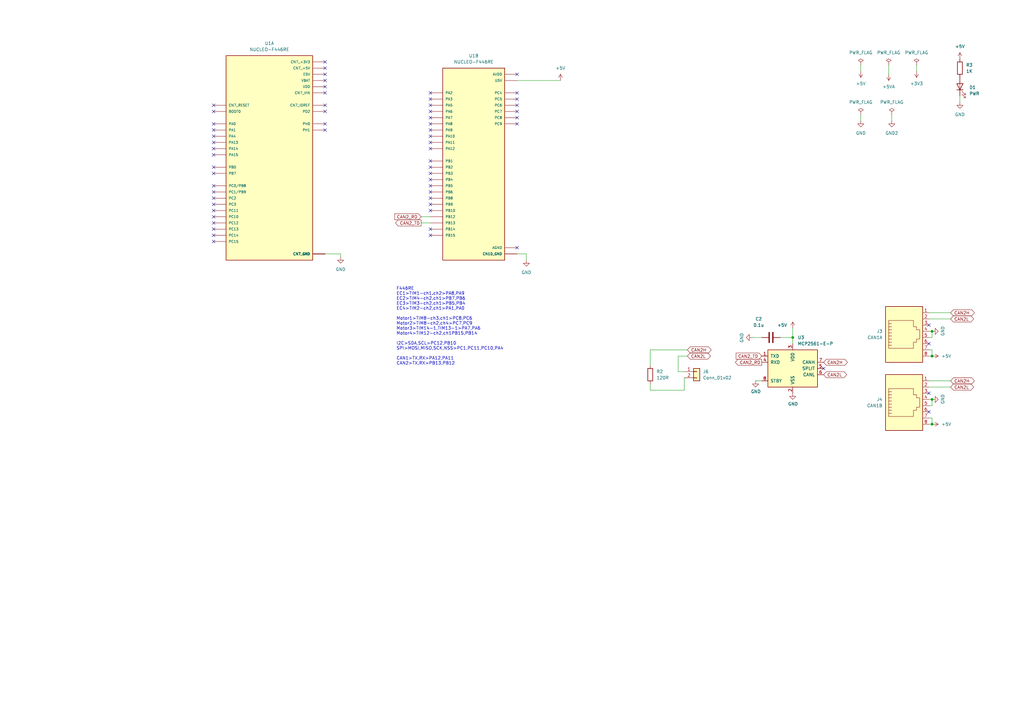
<source format=kicad_sch>
(kicad_sch
	(version 20231120)
	(generator "eeschema")
	(generator_version "8.0")
	(uuid "5abb0a61-a8e0-4132-a071-9867c43e0be9")
	(paper "A3")
	(lib_symbols
		(symbol "Connector:RJ45"
			(pin_names
				(offset 1.016)
			)
			(exclude_from_sim no)
			(in_bom yes)
			(on_board yes)
			(property "Reference" "J"
				(at -5.08 13.97 0)
				(effects
					(font
						(size 1.27 1.27)
					)
					(justify right)
				)
			)
			(property "Value" "RJ45"
				(at 2.54 13.97 0)
				(effects
					(font
						(size 1.27 1.27)
					)
					(justify left)
				)
			)
			(property "Footprint" ""
				(at 0 0.635 90)
				(effects
					(font
						(size 1.27 1.27)
					)
					(hide yes)
				)
			)
			(property "Datasheet" "~"
				(at 0 0.635 90)
				(effects
					(font
						(size 1.27 1.27)
					)
					(hide yes)
				)
			)
			(property "Description" "RJ connector, 8P8C (8 positions 8 connected)"
				(at 0 0 0)
				(effects
					(font
						(size 1.27 1.27)
					)
					(hide yes)
				)
			)
			(property "ki_keywords" "8P8C RJ female connector"
				(at 0 0 0)
				(effects
					(font
						(size 1.27 1.27)
					)
					(hide yes)
				)
			)
			(property "ki_fp_filters" "8P8C* RJ31* RJ32* RJ33* RJ34* RJ35* RJ41* RJ45* RJ49* RJ61*"
				(at 0 0 0)
				(effects
					(font
						(size 1.27 1.27)
					)
					(hide yes)
				)
			)
			(symbol "RJ45_0_1"
				(polyline
					(pts
						(xy -5.08 4.445) (xy -6.35 4.445)
					)
					(stroke
						(width 0)
						(type default)
					)
					(fill
						(type none)
					)
				)
				(polyline
					(pts
						(xy -5.08 5.715) (xy -6.35 5.715)
					)
					(stroke
						(width 0)
						(type default)
					)
					(fill
						(type none)
					)
				)
				(polyline
					(pts
						(xy -6.35 -3.175) (xy -5.08 -3.175) (xy -5.08 -3.175)
					)
					(stroke
						(width 0)
						(type default)
					)
					(fill
						(type none)
					)
				)
				(polyline
					(pts
						(xy -6.35 -1.905) (xy -5.08 -1.905) (xy -5.08 -1.905)
					)
					(stroke
						(width 0)
						(type default)
					)
					(fill
						(type none)
					)
				)
				(polyline
					(pts
						(xy -6.35 -0.635) (xy -5.08 -0.635) (xy -5.08 -0.635)
					)
					(stroke
						(width 0)
						(type default)
					)
					(fill
						(type none)
					)
				)
				(polyline
					(pts
						(xy -6.35 0.635) (xy -5.08 0.635) (xy -5.08 0.635)
					)
					(stroke
						(width 0)
						(type default)
					)
					(fill
						(type none)
					)
				)
				(polyline
					(pts
						(xy -6.35 1.905) (xy -5.08 1.905) (xy -5.08 1.905)
					)
					(stroke
						(width 0)
						(type default)
					)
					(fill
						(type none)
					)
				)
				(polyline
					(pts
						(xy -5.08 3.175) (xy -6.35 3.175) (xy -6.35 3.175)
					)
					(stroke
						(width 0)
						(type default)
					)
					(fill
						(type none)
					)
				)
				(polyline
					(pts
						(xy -6.35 -4.445) (xy -6.35 6.985) (xy 3.81 6.985) (xy 3.81 4.445) (xy 5.08 4.445) (xy 5.08 3.175)
						(xy 6.35 3.175) (xy 6.35 -0.635) (xy 5.08 -0.635) (xy 5.08 -1.905) (xy 3.81 -1.905) (xy 3.81 -4.445)
						(xy -6.35 -4.445) (xy -6.35 -4.445)
					)
					(stroke
						(width 0)
						(type default)
					)
					(fill
						(type none)
					)
				)
				(rectangle
					(start 7.62 12.7)
					(end -7.62 -10.16)
					(stroke
						(width 0.254)
						(type default)
					)
					(fill
						(type background)
					)
				)
			)
			(symbol "RJ45_1_1"
				(pin passive line
					(at 10.16 -7.62 180)
					(length 2.54)
					(name "~"
						(effects
							(font
								(size 1.27 1.27)
							)
						)
					)
					(number "1"
						(effects
							(font
								(size 1.27 1.27)
							)
						)
					)
				)
				(pin passive line
					(at 10.16 -5.08 180)
					(length 2.54)
					(name "~"
						(effects
							(font
								(size 1.27 1.27)
							)
						)
					)
					(number "2"
						(effects
							(font
								(size 1.27 1.27)
							)
						)
					)
				)
				(pin passive line
					(at 10.16 -2.54 180)
					(length 2.54)
					(name "~"
						(effects
							(font
								(size 1.27 1.27)
							)
						)
					)
					(number "3"
						(effects
							(font
								(size 1.27 1.27)
							)
						)
					)
				)
				(pin passive line
					(at 10.16 0 180)
					(length 2.54)
					(name "~"
						(effects
							(font
								(size 1.27 1.27)
							)
						)
					)
					(number "4"
						(effects
							(font
								(size 1.27 1.27)
							)
						)
					)
				)
				(pin passive line
					(at 10.16 2.54 180)
					(length 2.54)
					(name "~"
						(effects
							(font
								(size 1.27 1.27)
							)
						)
					)
					(number "5"
						(effects
							(font
								(size 1.27 1.27)
							)
						)
					)
				)
				(pin passive line
					(at 10.16 5.08 180)
					(length 2.54)
					(name "~"
						(effects
							(font
								(size 1.27 1.27)
							)
						)
					)
					(number "6"
						(effects
							(font
								(size 1.27 1.27)
							)
						)
					)
				)
				(pin passive line
					(at 10.16 7.62 180)
					(length 2.54)
					(name "~"
						(effects
							(font
								(size 1.27 1.27)
							)
						)
					)
					(number "7"
						(effects
							(font
								(size 1.27 1.27)
							)
						)
					)
				)
				(pin passive line
					(at 10.16 10.16 180)
					(length 2.54)
					(name "~"
						(effects
							(font
								(size 1.27 1.27)
							)
						)
					)
					(number "8"
						(effects
							(font
								(size 1.27 1.27)
							)
						)
					)
				)
			)
		)
		(symbol "Connector_Generic:Conn_01x02"
			(pin_names
				(offset 1.016) hide)
			(exclude_from_sim no)
			(in_bom yes)
			(on_board yes)
			(property "Reference" "J"
				(at 0 2.54 0)
				(effects
					(font
						(size 1.27 1.27)
					)
				)
			)
			(property "Value" "Conn_01x02"
				(at 0 -5.08 0)
				(effects
					(font
						(size 1.27 1.27)
					)
				)
			)
			(property "Footprint" ""
				(at 0 0 0)
				(effects
					(font
						(size 1.27 1.27)
					)
					(hide yes)
				)
			)
			(property "Datasheet" "~"
				(at 0 0 0)
				(effects
					(font
						(size 1.27 1.27)
					)
					(hide yes)
				)
			)
			(property "Description" "Generic connector, single row, 01x02, script generated (kicad-library-utils/schlib/autogen/connector/)"
				(at 0 0 0)
				(effects
					(font
						(size 1.27 1.27)
					)
					(hide yes)
				)
			)
			(property "ki_keywords" "connector"
				(at 0 0 0)
				(effects
					(font
						(size 1.27 1.27)
					)
					(hide yes)
				)
			)
			(property "ki_fp_filters" "Connector*:*_1x??_*"
				(at 0 0 0)
				(effects
					(font
						(size 1.27 1.27)
					)
					(hide yes)
				)
			)
			(symbol "Conn_01x02_1_1"
				(rectangle
					(start -1.27 -2.413)
					(end 0 -2.667)
					(stroke
						(width 0.1524)
						(type default)
					)
					(fill
						(type none)
					)
				)
				(rectangle
					(start -1.27 0.127)
					(end 0 -0.127)
					(stroke
						(width 0.1524)
						(type default)
					)
					(fill
						(type none)
					)
				)
				(rectangle
					(start -1.27 1.27)
					(end 1.27 -3.81)
					(stroke
						(width 0.254)
						(type default)
					)
					(fill
						(type background)
					)
				)
				(pin passive line
					(at -5.08 0 0)
					(length 3.81)
					(name "Pin_1"
						(effects
							(font
								(size 1.27 1.27)
							)
						)
					)
					(number "1"
						(effects
							(font
								(size 1.27 1.27)
							)
						)
					)
				)
				(pin passive line
					(at -5.08 -2.54 0)
					(length 3.81)
					(name "Pin_2"
						(effects
							(font
								(size 1.27 1.27)
							)
						)
					)
					(number "2"
						(effects
							(font
								(size 1.27 1.27)
							)
						)
					)
				)
			)
		)
		(symbol "Device:C"
			(pin_numbers hide)
			(pin_names
				(offset 0.254)
			)
			(exclude_from_sim no)
			(in_bom yes)
			(on_board yes)
			(property "Reference" "C"
				(at 0.635 2.54 0)
				(effects
					(font
						(size 1.27 1.27)
					)
					(justify left)
				)
			)
			(property "Value" "C"
				(at 0.635 -2.54 0)
				(effects
					(font
						(size 1.27 1.27)
					)
					(justify left)
				)
			)
			(property "Footprint" ""
				(at 0.9652 -3.81 0)
				(effects
					(font
						(size 1.27 1.27)
					)
					(hide yes)
				)
			)
			(property "Datasheet" "~"
				(at 0 0 0)
				(effects
					(font
						(size 1.27 1.27)
					)
					(hide yes)
				)
			)
			(property "Description" "Unpolarized capacitor"
				(at 0 0 0)
				(effects
					(font
						(size 1.27 1.27)
					)
					(hide yes)
				)
			)
			(property "ki_keywords" "cap capacitor"
				(at 0 0 0)
				(effects
					(font
						(size 1.27 1.27)
					)
					(hide yes)
				)
			)
			(property "ki_fp_filters" "C_*"
				(at 0 0 0)
				(effects
					(font
						(size 1.27 1.27)
					)
					(hide yes)
				)
			)
			(symbol "C_0_1"
				(polyline
					(pts
						(xy -2.032 -0.762) (xy 2.032 -0.762)
					)
					(stroke
						(width 0.508)
						(type default)
					)
					(fill
						(type none)
					)
				)
				(polyline
					(pts
						(xy -2.032 0.762) (xy 2.032 0.762)
					)
					(stroke
						(width 0.508)
						(type default)
					)
					(fill
						(type none)
					)
				)
			)
			(symbol "C_1_1"
				(pin passive line
					(at 0 3.81 270)
					(length 2.794)
					(name "~"
						(effects
							(font
								(size 1.27 1.27)
							)
						)
					)
					(number "1"
						(effects
							(font
								(size 1.27 1.27)
							)
						)
					)
				)
				(pin passive line
					(at 0 -3.81 90)
					(length 2.794)
					(name "~"
						(effects
							(font
								(size 1.27 1.27)
							)
						)
					)
					(number "2"
						(effects
							(font
								(size 1.27 1.27)
							)
						)
					)
				)
			)
		)
		(symbol "Device:LED"
			(pin_numbers hide)
			(pin_names
				(offset 1.016) hide)
			(exclude_from_sim no)
			(in_bom yes)
			(on_board yes)
			(property "Reference" "D"
				(at 0 2.54 0)
				(effects
					(font
						(size 1.27 1.27)
					)
				)
			)
			(property "Value" "LED"
				(at 0 -2.54 0)
				(effects
					(font
						(size 1.27 1.27)
					)
				)
			)
			(property "Footprint" ""
				(at 0 0 0)
				(effects
					(font
						(size 1.27 1.27)
					)
					(hide yes)
				)
			)
			(property "Datasheet" "~"
				(at 0 0 0)
				(effects
					(font
						(size 1.27 1.27)
					)
					(hide yes)
				)
			)
			(property "Description" "Light emitting diode"
				(at 0 0 0)
				(effects
					(font
						(size 1.27 1.27)
					)
					(hide yes)
				)
			)
			(property "ki_keywords" "LED diode"
				(at 0 0 0)
				(effects
					(font
						(size 1.27 1.27)
					)
					(hide yes)
				)
			)
			(property "ki_fp_filters" "LED* LED_SMD:* LED_THT:*"
				(at 0 0 0)
				(effects
					(font
						(size 1.27 1.27)
					)
					(hide yes)
				)
			)
			(symbol "LED_0_1"
				(polyline
					(pts
						(xy -1.27 -1.27) (xy -1.27 1.27)
					)
					(stroke
						(width 0.254)
						(type default)
					)
					(fill
						(type none)
					)
				)
				(polyline
					(pts
						(xy -1.27 0) (xy 1.27 0)
					)
					(stroke
						(width 0)
						(type default)
					)
					(fill
						(type none)
					)
				)
				(polyline
					(pts
						(xy 1.27 -1.27) (xy 1.27 1.27) (xy -1.27 0) (xy 1.27 -1.27)
					)
					(stroke
						(width 0.254)
						(type default)
					)
					(fill
						(type none)
					)
				)
				(polyline
					(pts
						(xy -3.048 -0.762) (xy -4.572 -2.286) (xy -3.81 -2.286) (xy -4.572 -2.286) (xy -4.572 -1.524)
					)
					(stroke
						(width 0)
						(type default)
					)
					(fill
						(type none)
					)
				)
				(polyline
					(pts
						(xy -1.778 -0.762) (xy -3.302 -2.286) (xy -2.54 -2.286) (xy -3.302 -2.286) (xy -3.302 -1.524)
					)
					(stroke
						(width 0)
						(type default)
					)
					(fill
						(type none)
					)
				)
			)
			(symbol "LED_1_1"
				(pin passive line
					(at -3.81 0 0)
					(length 2.54)
					(name "K"
						(effects
							(font
								(size 1.27 1.27)
							)
						)
					)
					(number "1"
						(effects
							(font
								(size 1.27 1.27)
							)
						)
					)
				)
				(pin passive line
					(at 3.81 0 180)
					(length 2.54)
					(name "A"
						(effects
							(font
								(size 1.27 1.27)
							)
						)
					)
					(number "2"
						(effects
							(font
								(size 1.27 1.27)
							)
						)
					)
				)
			)
		)
		(symbol "Device:R"
			(pin_numbers hide)
			(pin_names
				(offset 0)
			)
			(exclude_from_sim no)
			(in_bom yes)
			(on_board yes)
			(property "Reference" "R"
				(at 2.032 0 90)
				(effects
					(font
						(size 1.27 1.27)
					)
				)
			)
			(property "Value" "R"
				(at 0 0 90)
				(effects
					(font
						(size 1.27 1.27)
					)
				)
			)
			(property "Footprint" ""
				(at -1.778 0 90)
				(effects
					(font
						(size 1.27 1.27)
					)
					(hide yes)
				)
			)
			(property "Datasheet" "~"
				(at 0 0 0)
				(effects
					(font
						(size 1.27 1.27)
					)
					(hide yes)
				)
			)
			(property "Description" "Resistor"
				(at 0 0 0)
				(effects
					(font
						(size 1.27 1.27)
					)
					(hide yes)
				)
			)
			(property "ki_keywords" "R res resistor"
				(at 0 0 0)
				(effects
					(font
						(size 1.27 1.27)
					)
					(hide yes)
				)
			)
			(property "ki_fp_filters" "R_*"
				(at 0 0 0)
				(effects
					(font
						(size 1.27 1.27)
					)
					(hide yes)
				)
			)
			(symbol "R_0_1"
				(rectangle
					(start -1.016 -2.54)
					(end 1.016 2.54)
					(stroke
						(width 0.254)
						(type default)
					)
					(fill
						(type none)
					)
				)
			)
			(symbol "R_1_1"
				(pin passive line
					(at 0 3.81 270)
					(length 1.27)
					(name "~"
						(effects
							(font
								(size 1.27 1.27)
							)
						)
					)
					(number "1"
						(effects
							(font
								(size 1.27 1.27)
							)
						)
					)
				)
				(pin passive line
					(at 0 -3.81 90)
					(length 1.27)
					(name "~"
						(effects
							(font
								(size 1.27 1.27)
							)
						)
					)
					(number "2"
						(effects
							(font
								(size 1.27 1.27)
							)
						)
					)
				)
			)
		)
		(symbol "Interface_CAN_LIN:MCP2561-E-P"
			(pin_names
				(offset 1.016)
			)
			(exclude_from_sim no)
			(in_bom yes)
			(on_board yes)
			(property "Reference" "U"
				(at -10.16 8.89 0)
				(effects
					(font
						(size 1.27 1.27)
					)
					(justify left)
				)
			)
			(property "Value" "MCP2561-E-P"
				(at 2.54 8.89 0)
				(effects
					(font
						(size 1.27 1.27)
					)
					(justify left)
				)
			)
			(property "Footprint" "Package_DIP:DIP-8_W7.62mm"
				(at 0 -12.7 0)
				(effects
					(font
						(size 1.27 1.27)
						(italic yes)
					)
					(hide yes)
				)
			)
			(property "Datasheet" "http://ww1.microchip.com/downloads/en/DeviceDoc/25167A.pdf"
				(at 0 0 0)
				(effects
					(font
						(size 1.27 1.27)
					)
					(hide yes)
				)
			)
			(property "Description" "High-Speed CAN Transceiver, 1Mbps, 5V supply, SPLIT pin, -40C to +125C, DIP-8"
				(at 0 0 0)
				(effects
					(font
						(size 1.27 1.27)
					)
					(hide yes)
				)
			)
			(property "ki_keywords" "High-Speed CAN Transceiver"
				(at 0 0 0)
				(effects
					(font
						(size 1.27 1.27)
					)
					(hide yes)
				)
			)
			(property "ki_fp_filters" "DIP*W7.62mm*"
				(at 0 0 0)
				(effects
					(font
						(size 1.27 1.27)
					)
					(hide yes)
				)
			)
			(symbol "MCP2561-E-P_0_1"
				(rectangle
					(start -10.16 7.62)
					(end 10.16 -7.62)
					(stroke
						(width 0.254)
						(type default)
					)
					(fill
						(type background)
					)
				)
			)
			(symbol "MCP2561-E-P_1_1"
				(pin input line
					(at -12.7 5.08 0)
					(length 2.54)
					(name "TXD"
						(effects
							(font
								(size 1.27 1.27)
							)
						)
					)
					(number "1"
						(effects
							(font
								(size 1.27 1.27)
							)
						)
					)
				)
				(pin power_in line
					(at 0 -10.16 90)
					(length 2.54)
					(name "VSS"
						(effects
							(font
								(size 1.27 1.27)
							)
						)
					)
					(number "2"
						(effects
							(font
								(size 1.27 1.27)
							)
						)
					)
				)
				(pin power_in line
					(at 0 10.16 270)
					(length 2.54)
					(name "VDD"
						(effects
							(font
								(size 1.27 1.27)
							)
						)
					)
					(number "3"
						(effects
							(font
								(size 1.27 1.27)
							)
						)
					)
				)
				(pin output line
					(at -12.7 2.54 0)
					(length 2.54)
					(name "RXD"
						(effects
							(font
								(size 1.27 1.27)
							)
						)
					)
					(number "4"
						(effects
							(font
								(size 1.27 1.27)
							)
						)
					)
				)
				(pin passive line
					(at 12.7 0 180)
					(length 2.54)
					(name "SPLIT"
						(effects
							(font
								(size 1.27 1.27)
							)
						)
					)
					(number "5"
						(effects
							(font
								(size 1.27 1.27)
							)
						)
					)
				)
				(pin bidirectional line
					(at 12.7 -2.54 180)
					(length 2.54)
					(name "CANL"
						(effects
							(font
								(size 1.27 1.27)
							)
						)
					)
					(number "6"
						(effects
							(font
								(size 1.27 1.27)
							)
						)
					)
				)
				(pin bidirectional line
					(at 12.7 2.54 180)
					(length 2.54)
					(name "CANH"
						(effects
							(font
								(size 1.27 1.27)
							)
						)
					)
					(number "7"
						(effects
							(font
								(size 1.27 1.27)
							)
						)
					)
				)
				(pin input line
					(at -12.7 -5.08 0)
					(length 2.54)
					(name "STBY"
						(effects
							(font
								(size 1.27 1.27)
							)
						)
					)
					(number "8"
						(effects
							(font
								(size 1.27 1.27)
							)
						)
					)
				)
			)
		)
		(symbol "NUCLEO-F446RE:NUCLEO-F446RE"
			(pin_numbers hide)
			(pin_names
				(offset 1.016)
			)
			(exclude_from_sim no)
			(in_bom yes)
			(on_board yes)
			(property "Reference" "U"
				(at -17.78 41.91 0)
				(effects
					(font
						(size 1.27 1.27)
					)
					(justify left bottom)
				)
			)
			(property "Value" "NUCLEO-F446RE"
				(at -17.78 -44.45 0)
				(effects
					(font
						(size 1.27 1.27)
					)
					(justify left bottom)
				)
			)
			(property "Footprint" "MODULE_NUCLEO-F446RE"
				(at 0 0 0)
				(effects
					(font
						(size 1.27 1.27)
					)
					(justify left bottom)
					(hide yes)
				)
			)
			(property "Datasheet" ""
				(at 0 0 0)
				(effects
					(font
						(size 1.27 1.27)
					)
					(justify left bottom)
					(hide yes)
				)
			)
			(property "Description" "\\nSTM32F446RE, mbed-Enabled Development Nucleo-64 STM32F4 ARM® Cortex®-M4 MCU 32-Bit Embedded Evaluation Board\\n"
				(at 0 0 0)
				(effects
					(font
						(size 1.27 1.27)
					)
					(justify left bottom)
					(hide yes)
				)
			)
			(property "MF" "STMicroelectronics"
				(at 0 0 0)
				(effects
					(font
						(size 1.27 1.27)
					)
					(justify left bottom)
					(hide yes)
				)
			)
			(property "Package" "None"
				(at 0 0 0)
				(effects
					(font
						(size 1.27 1.27)
					)
					(justify left bottom)
					(hide yes)
				)
			)
			(property "Price" "None"
				(at 0 0 0)
				(effects
					(font
						(size 1.27 1.27)
					)
					(justify left bottom)
					(hide yes)
				)
			)
			(property "MP" "NUCLEO-F446RE"
				(at 0 0 0)
				(effects
					(font
						(size 1.27 1.27)
					)
					(justify left bottom)
					(hide yes)
				)
			)
			(property "Availability" "In Stock"
				(at 0 0 0)
				(effects
					(font
						(size 1.27 1.27)
					)
					(justify left bottom)
					(hide yes)
				)
			)
			(property "Purchase-URL" "https://pricing.snapeda.com/search?q=NUCLEO-F446RE&ref=eda"
				(at 0 0 0)
				(effects
					(font
						(size 1.27 1.27)
					)
					(justify left bottom)
					(hide yes)
				)
			)
			(property "ki_locked" ""
				(at 0 0 0)
				(effects
					(font
						(size 1.27 1.27)
					)
				)
			)
			(symbol "NUCLEO-F446RE_1_0"
				(rectangle
					(start -17.78 -43.18)
					(end 17.78 40.64)
					(stroke
						(width 0.254)
						(type default)
					)
					(fill
						(type background)
					)
				)
				(pin bidirectional line
					(at -22.86 -25.4 0)
					(length 5.08)
					(name "PC10"
						(effects
							(font
								(size 1.016 1.016)
							)
						)
					)
					(number "CN7_1"
						(effects
							(font
								(size 1.016 1.016)
							)
						)
					)
				)
				(pin bidirectional line
					(at 22.86 20.32 180)
					(length 5.08)
					(name "CN7_IOREF"
						(effects
							(font
								(size 1.016 1.016)
							)
						)
					)
					(number "CN7_12"
						(effects
							(font
								(size 1.016 1.016)
							)
						)
					)
				)
				(pin bidirectional line
					(at -22.86 5.08 0)
					(length 5.08)
					(name "PA13"
						(effects
							(font
								(size 1.016 1.016)
							)
						)
					)
					(number "CN7_13"
						(effects
							(font
								(size 1.016 1.016)
							)
						)
					)
				)
				(pin bidirectional line
					(at -22.86 20.32 0)
					(length 5.08)
					(name "CN7_RESET"
						(effects
							(font
								(size 1.016 1.016)
							)
						)
					)
					(number "CN7_14"
						(effects
							(font
								(size 1.016 1.016)
							)
						)
					)
				)
				(pin bidirectional line
					(at -22.86 2.54 0)
					(length 5.08)
					(name "PA14"
						(effects
							(font
								(size 1.016 1.016)
							)
						)
					)
					(number "CN7_15"
						(effects
							(font
								(size 1.016 1.016)
							)
						)
					)
				)
				(pin power_in line
					(at 22.86 38.1 180)
					(length 5.08)
					(name "CN7_+3V3"
						(effects
							(font
								(size 1.016 1.016)
							)
						)
					)
					(number "CN7_16"
						(effects
							(font
								(size 1.016 1.016)
							)
						)
					)
				)
				(pin bidirectional line
					(at -22.86 0 0)
					(length 5.08)
					(name "PA15"
						(effects
							(font
								(size 1.016 1.016)
							)
						)
					)
					(number "CN7_17"
						(effects
							(font
								(size 1.016 1.016)
							)
						)
					)
				)
				(pin power_in line
					(at 22.86 35.56 180)
					(length 5.08)
					(name "CN7_+5V"
						(effects
							(font
								(size 1.016 1.016)
							)
						)
					)
					(number "CN7_18"
						(effects
							(font
								(size 1.016 1.016)
							)
						)
					)
				)
				(pin power_in line
					(at 22.86 -40.64 180)
					(length 5.08)
					(name "CN7_GND"
						(effects
							(font
								(size 1.016 1.016)
							)
						)
					)
					(number "CN7_19"
						(effects
							(font
								(size 1.016 1.016)
							)
						)
					)
				)
				(pin bidirectional line
					(at -22.86 -22.86 0)
					(length 5.08)
					(name "PC11"
						(effects
							(font
								(size 1.016 1.016)
							)
						)
					)
					(number "CN7_2"
						(effects
							(font
								(size 1.016 1.016)
							)
						)
					)
				)
				(pin power_in line
					(at 22.86 -40.64 180)
					(length 5.08)
					(name "CN7_GND"
						(effects
							(font
								(size 1.016 1.016)
							)
						)
					)
					(number "CN7_20"
						(effects
							(font
								(size 1.016 1.016)
							)
						)
					)
				)
				(pin bidirectional line
					(at -22.86 -7.62 0)
					(length 5.08)
					(name "PB7"
						(effects
							(font
								(size 1.016 1.016)
							)
						)
					)
					(number "CN7_21"
						(effects
							(font
								(size 1.016 1.016)
							)
						)
					)
				)
				(pin power_in line
					(at 22.86 -40.64 180)
					(length 5.08)
					(name "CN7_GND"
						(effects
							(font
								(size 1.016 1.016)
							)
						)
					)
					(number "CN7_22"
						(effects
							(font
								(size 1.016 1.016)
							)
						)
					)
				)
				(pin bidirectional line
					(at -22.86 -30.48 0)
					(length 5.08)
					(name "PC13"
						(effects
							(font
								(size 1.016 1.016)
							)
						)
					)
					(number "CN7_23"
						(effects
							(font
								(size 1.016 1.016)
							)
						)
					)
				)
				(pin power_in line
					(at 22.86 25.4 180)
					(length 5.08)
					(name "CN7_VIN"
						(effects
							(font
								(size 1.016 1.016)
							)
						)
					)
					(number "CN7_24"
						(effects
							(font
								(size 1.016 1.016)
							)
						)
					)
				)
				(pin bidirectional line
					(at -22.86 -33.02 0)
					(length 5.08)
					(name "PC14"
						(effects
							(font
								(size 1.016 1.016)
							)
						)
					)
					(number "CN7_25"
						(effects
							(font
								(size 1.016 1.016)
							)
						)
					)
				)
				(pin bidirectional line
					(at -22.86 -35.56 0)
					(length 5.08)
					(name "PC15"
						(effects
							(font
								(size 1.016 1.016)
							)
						)
					)
					(number "CN7_27"
						(effects
							(font
								(size 1.016 1.016)
							)
						)
					)
				)
				(pin bidirectional line
					(at -22.86 12.7 0)
					(length 5.08)
					(name "PA0"
						(effects
							(font
								(size 1.016 1.016)
							)
						)
					)
					(number "CN7_28"
						(effects
							(font
								(size 1.016 1.016)
							)
						)
					)
				)
				(pin bidirectional line
					(at 22.86 12.7 180)
					(length 5.08)
					(name "PH0"
						(effects
							(font
								(size 1.016 1.016)
							)
						)
					)
					(number "CN7_29"
						(effects
							(font
								(size 1.016 1.016)
							)
						)
					)
				)
				(pin bidirectional line
					(at -22.86 -27.94 0)
					(length 5.08)
					(name "PC12"
						(effects
							(font
								(size 1.016 1.016)
							)
						)
					)
					(number "CN7_3"
						(effects
							(font
								(size 1.016 1.016)
							)
						)
					)
				)
				(pin bidirectional line
					(at -22.86 10.16 0)
					(length 5.08)
					(name "PA1"
						(effects
							(font
								(size 1.016 1.016)
							)
						)
					)
					(number "CN7_30"
						(effects
							(font
								(size 1.016 1.016)
							)
						)
					)
				)
				(pin bidirectional line
					(at 22.86 10.16 180)
					(length 5.08)
					(name "PH1"
						(effects
							(font
								(size 1.016 1.016)
							)
						)
					)
					(number "CN7_31"
						(effects
							(font
								(size 1.016 1.016)
							)
						)
					)
				)
				(pin bidirectional line
					(at -22.86 7.62 0)
					(length 5.08)
					(name "PA4"
						(effects
							(font
								(size 1.016 1.016)
							)
						)
					)
					(number "CN7_32"
						(effects
							(font
								(size 1.016 1.016)
							)
						)
					)
				)
				(pin power_in line
					(at 22.86 30.48 180)
					(length 5.08)
					(name "VBAT"
						(effects
							(font
								(size 1.016 1.016)
							)
						)
					)
					(number "CN7_33"
						(effects
							(font
								(size 1.016 1.016)
							)
						)
					)
				)
				(pin bidirectional line
					(at -22.86 -5.08 0)
					(length 5.08)
					(name "PB0"
						(effects
							(font
								(size 1.016 1.016)
							)
						)
					)
					(number "CN7_34"
						(effects
							(font
								(size 1.016 1.016)
							)
						)
					)
				)
				(pin bidirectional line
					(at -22.86 -17.78 0)
					(length 5.08)
					(name "PC2"
						(effects
							(font
								(size 1.016 1.016)
							)
						)
					)
					(number "CN7_35"
						(effects
							(font
								(size 1.016 1.016)
							)
						)
					)
				)
				(pin bidirectional line
					(at -22.86 -15.24 0)
					(length 5.08)
					(name "PC1/PB9"
						(effects
							(font
								(size 1.016 1.016)
							)
						)
					)
					(number "CN7_36"
						(effects
							(font
								(size 1.016 1.016)
							)
						)
					)
				)
				(pin bidirectional line
					(at -22.86 -20.32 0)
					(length 5.08)
					(name "PC3"
						(effects
							(font
								(size 1.016 1.016)
							)
						)
					)
					(number "CN7_37"
						(effects
							(font
								(size 1.016 1.016)
							)
						)
					)
				)
				(pin bidirectional line
					(at -22.86 -12.7 0)
					(length 5.08)
					(name "PC0/PB8"
						(effects
							(font
								(size 1.016 1.016)
							)
						)
					)
					(number "CN7_38"
						(effects
							(font
								(size 1.016 1.016)
							)
						)
					)
				)
				(pin bidirectional line
					(at 22.86 17.78 180)
					(length 5.08)
					(name "PD2"
						(effects
							(font
								(size 1.016 1.016)
							)
						)
					)
					(number "CN7_4"
						(effects
							(font
								(size 1.016 1.016)
							)
						)
					)
				)
				(pin power_in line
					(at 22.86 27.94 180)
					(length 5.08)
					(name "VDD"
						(effects
							(font
								(size 1.016 1.016)
							)
						)
					)
					(number "CN7_5"
						(effects
							(font
								(size 1.016 1.016)
							)
						)
					)
				)
				(pin power_in line
					(at 22.86 33.02 180)
					(length 5.08)
					(name "E5V"
						(effects
							(font
								(size 1.016 1.016)
							)
						)
					)
					(number "CN7_6"
						(effects
							(font
								(size 1.016 1.016)
							)
						)
					)
				)
				(pin bidirectional line
					(at -22.86 17.78 0)
					(length 5.08)
					(name "BOOT0"
						(effects
							(font
								(size 1.016 1.016)
							)
						)
					)
					(number "CN7_7"
						(effects
							(font
								(size 1.016 1.016)
							)
						)
					)
				)
				(pin power_in line
					(at 22.86 -40.64 180)
					(length 5.08)
					(name "CN7_GND"
						(effects
							(font
								(size 1.016 1.016)
							)
						)
					)
					(number "CN7_8"
						(effects
							(font
								(size 1.016 1.016)
							)
						)
					)
				)
			)
			(symbol "NUCLEO-F446RE_2_0"
				(rectangle
					(start -12.7 -40.64)
					(end 12.7 38.1)
					(stroke
						(width 0.254)
						(type default)
					)
					(fill
						(type background)
					)
				)
				(pin bidirectional line
					(at 17.78 15.24 180)
					(length 5.08)
					(name "PC9"
						(effects
							(font
								(size 1.016 1.016)
							)
						)
					)
					(number "CN10_1"
						(effects
							(font
								(size 1.016 1.016)
							)
						)
					)
				)
				(pin bidirectional line
					(at -17.78 22.86 0)
					(length 5.08)
					(name "PA5"
						(effects
							(font
								(size 1.016 1.016)
							)
						)
					)
					(number "CN10_11"
						(effects
							(font
								(size 1.016 1.016)
							)
						)
					)
				)
				(pin bidirectional line
					(at -17.78 5.08 0)
					(length 5.08)
					(name "PA12"
						(effects
							(font
								(size 1.016 1.016)
							)
						)
					)
					(number "CN10_12"
						(effects
							(font
								(size 1.016 1.016)
							)
						)
					)
				)
				(pin bidirectional line
					(at -17.78 20.32 0)
					(length 5.08)
					(name "PA6"
						(effects
							(font
								(size 1.016 1.016)
							)
						)
					)
					(number "CN10_13"
						(effects
							(font
								(size 1.016 1.016)
							)
						)
					)
				)
				(pin bidirectional line
					(at -17.78 7.62 0)
					(length 5.08)
					(name "PA11"
						(effects
							(font
								(size 1.016 1.016)
							)
						)
					)
					(number "CN10_14"
						(effects
							(font
								(size 1.016 1.016)
							)
						)
					)
				)
				(pin bidirectional line
					(at -17.78 17.78 0)
					(length 5.08)
					(name "PA7"
						(effects
							(font
								(size 1.016 1.016)
							)
						)
					)
					(number "CN10_15"
						(effects
							(font
								(size 1.016 1.016)
							)
						)
					)
				)
				(pin bidirectional line
					(at -17.78 -22.86 0)
					(length 5.08)
					(name "PB12"
						(effects
							(font
								(size 1.016 1.016)
							)
						)
					)
					(number "CN10_16"
						(effects
							(font
								(size 1.016 1.016)
							)
						)
					)
				)
				(pin bidirectional line
					(at -17.78 -12.7 0)
					(length 5.08)
					(name "PB6"
						(effects
							(font
								(size 1.016 1.016)
							)
						)
					)
					(number "CN10_17"
						(effects
							(font
								(size 1.016 1.016)
							)
						)
					)
				)
				(pin bidirectional line
					(at 17.78 20.32 180)
					(length 5.08)
					(name "PC7"
						(effects
							(font
								(size 1.016 1.016)
							)
						)
					)
					(number "CN10_19"
						(effects
							(font
								(size 1.016 1.016)
							)
						)
					)
				)
				(pin bidirectional line
					(at 17.78 17.78 180)
					(length 5.08)
					(name "PC8"
						(effects
							(font
								(size 1.016 1.016)
							)
						)
					)
					(number "CN10_2"
						(effects
							(font
								(size 1.016 1.016)
							)
						)
					)
				)
				(pin power_in line
					(at 17.78 -38.1 180)
					(length 5.08)
					(name "CN10_GND"
						(effects
							(font
								(size 1.016 1.016)
							)
						)
					)
					(number "CN10_20"
						(effects
							(font
								(size 1.016 1.016)
							)
						)
					)
				)
				(pin bidirectional line
					(at -17.78 12.7 0)
					(length 5.08)
					(name "PA9"
						(effects
							(font
								(size 1.016 1.016)
							)
						)
					)
					(number "CN10_21"
						(effects
							(font
								(size 1.016 1.016)
							)
						)
					)
				)
				(pin bidirectional line
					(at -17.78 -2.54 0)
					(length 5.08)
					(name "PB2"
						(effects
							(font
								(size 1.016 1.016)
							)
						)
					)
					(number "CN10_22"
						(effects
							(font
								(size 1.016 1.016)
							)
						)
					)
				)
				(pin bidirectional line
					(at -17.78 15.24 0)
					(length 5.08)
					(name "PA8"
						(effects
							(font
								(size 1.016 1.016)
							)
						)
					)
					(number "CN10_23"
						(effects
							(font
								(size 1.016 1.016)
							)
						)
					)
				)
				(pin bidirectional line
					(at -17.78 0 0)
					(length 5.08)
					(name "PB1"
						(effects
							(font
								(size 1.016 1.016)
							)
						)
					)
					(number "CN10_24"
						(effects
							(font
								(size 1.016 1.016)
							)
						)
					)
				)
				(pin bidirectional line
					(at -17.78 -20.32 0)
					(length 5.08)
					(name "PB10"
						(effects
							(font
								(size 1.016 1.016)
							)
						)
					)
					(number "CN10_25"
						(effects
							(font
								(size 1.016 1.016)
							)
						)
					)
				)
				(pin bidirectional line
					(at -17.78 -30.48 0)
					(length 5.08)
					(name "PB15"
						(effects
							(font
								(size 1.016 1.016)
							)
						)
					)
					(number "CN10_26"
						(effects
							(font
								(size 1.016 1.016)
							)
						)
					)
				)
				(pin bidirectional line
					(at -17.78 -7.62 0)
					(length 5.08)
					(name "PB4"
						(effects
							(font
								(size 1.016 1.016)
							)
						)
					)
					(number "CN10_27"
						(effects
							(font
								(size 1.016 1.016)
							)
						)
					)
				)
				(pin bidirectional line
					(at -17.78 -27.94 0)
					(length 5.08)
					(name "PB14"
						(effects
							(font
								(size 1.016 1.016)
							)
						)
					)
					(number "CN10_28"
						(effects
							(font
								(size 1.016 1.016)
							)
						)
					)
				)
				(pin bidirectional line
					(at -17.78 -10.16 0)
					(length 5.08)
					(name "PB5"
						(effects
							(font
								(size 1.016 1.016)
							)
						)
					)
					(number "CN10_29"
						(effects
							(font
								(size 1.016 1.016)
							)
						)
					)
				)
				(pin bidirectional line
					(at -17.78 -15.24 0)
					(length 5.08)
					(name "PB8"
						(effects
							(font
								(size 1.016 1.016)
							)
						)
					)
					(number "CN10_3"
						(effects
							(font
								(size 1.016 1.016)
							)
						)
					)
				)
				(pin bidirectional line
					(at -17.78 -25.4 0)
					(length 5.08)
					(name "PB13"
						(effects
							(font
								(size 1.016 1.016)
							)
						)
					)
					(number "CN10_30"
						(effects
							(font
								(size 1.016 1.016)
							)
						)
					)
				)
				(pin bidirectional line
					(at -17.78 -5.08 0)
					(length 5.08)
					(name "PB3"
						(effects
							(font
								(size 1.016 1.016)
							)
						)
					)
					(number "CN10_31"
						(effects
							(font
								(size 1.016 1.016)
							)
						)
					)
				)
				(pin power_in line
					(at 17.78 -35.56 180)
					(length 5.08)
					(name "AGND"
						(effects
							(font
								(size 1.016 1.016)
							)
						)
					)
					(number "CN10_32"
						(effects
							(font
								(size 1.016 1.016)
							)
						)
					)
				)
				(pin bidirectional line
					(at -17.78 10.16 0)
					(length 5.08)
					(name "PA10"
						(effects
							(font
								(size 1.016 1.016)
							)
						)
					)
					(number "CN10_33"
						(effects
							(font
								(size 1.016 1.016)
							)
						)
					)
				)
				(pin bidirectional line
					(at 17.78 27.94 180)
					(length 5.08)
					(name "PC4"
						(effects
							(font
								(size 1.016 1.016)
							)
						)
					)
					(number "CN10_34"
						(effects
							(font
								(size 1.016 1.016)
							)
						)
					)
				)
				(pin bidirectional line
					(at -17.78 27.94 0)
					(length 5.08)
					(name "PA2"
						(effects
							(font
								(size 1.016 1.016)
							)
						)
					)
					(number "CN10_35"
						(effects
							(font
								(size 1.016 1.016)
							)
						)
					)
				)
				(pin bidirectional line
					(at -17.78 25.4 0)
					(length 5.08)
					(name "PA3"
						(effects
							(font
								(size 1.016 1.016)
							)
						)
					)
					(number "CN10_37"
						(effects
							(font
								(size 1.016 1.016)
							)
						)
					)
				)
				(pin bidirectional line
					(at 17.78 22.86 180)
					(length 5.08)
					(name "PC6"
						(effects
							(font
								(size 1.016 1.016)
							)
						)
					)
					(number "CN10_4"
						(effects
							(font
								(size 1.016 1.016)
							)
						)
					)
				)
				(pin bidirectional line
					(at -17.78 -17.78 0)
					(length 5.08)
					(name "PB9"
						(effects
							(font
								(size 1.016 1.016)
							)
						)
					)
					(number "CN10_5"
						(effects
							(font
								(size 1.016 1.016)
							)
						)
					)
				)
				(pin bidirectional line
					(at 17.78 25.4 180)
					(length 5.08)
					(name "PC5"
						(effects
							(font
								(size 1.016 1.016)
							)
						)
					)
					(number "CN10_6"
						(effects
							(font
								(size 1.016 1.016)
							)
						)
					)
				)
				(pin power_in line
					(at 17.78 35.56 180)
					(length 5.08)
					(name "AVDD"
						(effects
							(font
								(size 1.016 1.016)
							)
						)
					)
					(number "CN10_7"
						(effects
							(font
								(size 1.016 1.016)
							)
						)
					)
				)
				(pin power_in line
					(at 17.78 33.02 180)
					(length 5.08)
					(name "U5V"
						(effects
							(font
								(size 1.016 1.016)
							)
						)
					)
					(number "CN10_8"
						(effects
							(font
								(size 1.016 1.016)
							)
						)
					)
				)
				(pin power_in line
					(at 17.78 -38.1 180)
					(length 5.08)
					(name "CN10_GND"
						(effects
							(font
								(size 1.016 1.016)
							)
						)
					)
					(number "CN10_9"
						(effects
							(font
								(size 1.016 1.016)
							)
						)
					)
				)
			)
			(symbol "NUCLEO-F446RE_3_0"
				(rectangle
					(start -15.24 -12.7)
					(end 15.24 10.16)
					(stroke
						(width 0.254)
						(type default)
					)
					(fill
						(type background)
					)
				)
				(pin bidirectional line
					(at -20.32 -5.08 0)
					(length 5.08)
					(name "CN6_IOREF"
						(effects
							(font
								(size 1.016 1.016)
							)
						)
					)
					(number "CN6_2"
						(effects
							(font
								(size 1.016 1.016)
							)
						)
					)
				)
				(pin bidirectional line
					(at -20.32 -2.54 0)
					(length 5.08)
					(name "CN6_RESET"
						(effects
							(font
								(size 1.016 1.016)
							)
						)
					)
					(number "CN6_3"
						(effects
							(font
								(size 1.016 1.016)
							)
						)
					)
				)
				(pin power_in line
					(at 20.32 2.54 180)
					(length 5.08)
					(name "CN6_+3V3"
						(effects
							(font
								(size 1.016 1.016)
							)
						)
					)
					(number "CN6_4"
						(effects
							(font
								(size 1.016 1.016)
							)
						)
					)
				)
				(pin power_in line
					(at 20.32 5.08 180)
					(length 5.08)
					(name "CN6_+5V"
						(effects
							(font
								(size 1.016 1.016)
							)
						)
					)
					(number "CN6_5"
						(effects
							(font
								(size 1.016 1.016)
							)
						)
					)
				)
				(pin power_in line
					(at 20.32 -10.16 180)
					(length 5.08)
					(name "CN6_GND"
						(effects
							(font
								(size 1.016 1.016)
							)
						)
					)
					(number "CN6_6"
						(effects
							(font
								(size 1.016 1.016)
							)
						)
					)
				)
				(pin power_in line
					(at 20.32 -10.16 180)
					(length 5.08)
					(name "CN6_GND"
						(effects
							(font
								(size 1.016 1.016)
							)
						)
					)
					(number "CN6_7"
						(effects
							(font
								(size 1.016 1.016)
							)
						)
					)
				)
				(pin power_in line
					(at 20.32 7.62 180)
					(length 5.08)
					(name "CN6_VIN"
						(effects
							(font
								(size 1.016 1.016)
							)
						)
					)
					(number "CN6_8"
						(effects
							(font
								(size 1.016 1.016)
							)
						)
					)
				)
			)
			(symbol "NUCLEO-F446RE_4_0"
				(rectangle
					(start -5.08 -12.7)
					(end 5.08 12.7)
					(stroke
						(width 0.254)
						(type default)
					)
					(fill
						(type background)
					)
				)
				(pin input line
					(at -10.16 10.16 0)
					(length 5.08)
					(name "D0"
						(effects
							(font
								(size 1.016 1.016)
							)
						)
					)
					(number "CN9_1"
						(effects
							(font
								(size 1.016 1.016)
							)
						)
					)
				)
				(pin output line
					(at -10.16 7.62 0)
					(length 5.08)
					(name "D1"
						(effects
							(font
								(size 1.016 1.016)
							)
						)
					)
					(number "CN9_2"
						(effects
							(font
								(size 1.016 1.016)
							)
						)
					)
				)
				(pin bidirectional line
					(at -10.16 2.54 0)
					(length 5.08)
					(name "D2"
						(effects
							(font
								(size 1.016 1.016)
							)
						)
					)
					(number "CN9_3"
						(effects
							(font
								(size 1.016 1.016)
							)
						)
					)
				)
				(pin bidirectional line
					(at -10.16 0 0)
					(length 5.08)
					(name "D3"
						(effects
							(font
								(size 1.016 1.016)
							)
						)
					)
					(number "CN9_4"
						(effects
							(font
								(size 1.016 1.016)
							)
						)
					)
				)
				(pin bidirectional line
					(at -10.16 -2.54 0)
					(length 5.08)
					(name "D4"
						(effects
							(font
								(size 1.016 1.016)
							)
						)
					)
					(number "CN9_5"
						(effects
							(font
								(size 1.016 1.016)
							)
						)
					)
				)
				(pin bidirectional line
					(at -10.16 -5.08 0)
					(length 5.08)
					(name "D5"
						(effects
							(font
								(size 1.016 1.016)
							)
						)
					)
					(number "CN9_6"
						(effects
							(font
								(size 1.016 1.016)
							)
						)
					)
				)
				(pin bidirectional line
					(at -10.16 -7.62 0)
					(length 5.08)
					(name "D6"
						(effects
							(font
								(size 1.016 1.016)
							)
						)
					)
					(number "CN9_7"
						(effects
							(font
								(size 1.016 1.016)
							)
						)
					)
				)
				(pin bidirectional line
					(at -10.16 -10.16 0)
					(length 5.08)
					(name "D7"
						(effects
							(font
								(size 1.016 1.016)
							)
						)
					)
					(number "CN9_8"
						(effects
							(font
								(size 1.016 1.016)
							)
						)
					)
				)
			)
			(symbol "NUCLEO-F446RE_5_0"
				(rectangle
					(start -5.08 -10.16)
					(end 5.08 7.62)
					(stroke
						(width 0.254)
						(type default)
					)
					(fill
						(type background)
					)
				)
				(pin input line
					(at -10.16 5.08 0)
					(length 5.08)
					(name "A0"
						(effects
							(font
								(size 1.016 1.016)
							)
						)
					)
					(number "CN8_1"
						(effects
							(font
								(size 1.016 1.016)
							)
						)
					)
				)
				(pin input line
					(at -10.16 2.54 0)
					(length 5.08)
					(name "A1"
						(effects
							(font
								(size 1.016 1.016)
							)
						)
					)
					(number "CN8_2"
						(effects
							(font
								(size 1.016 1.016)
							)
						)
					)
				)
				(pin input line
					(at -10.16 0 0)
					(length 5.08)
					(name "A2"
						(effects
							(font
								(size 1.016 1.016)
							)
						)
					)
					(number "CN8_3"
						(effects
							(font
								(size 1.016 1.016)
							)
						)
					)
				)
				(pin input line
					(at -10.16 -2.54 0)
					(length 5.08)
					(name "A3"
						(effects
							(font
								(size 1.016 1.016)
							)
						)
					)
					(number "CN8_4"
						(effects
							(font
								(size 1.016 1.016)
							)
						)
					)
				)
				(pin input line
					(at -10.16 -5.08 0)
					(length 5.08)
					(name "A4"
						(effects
							(font
								(size 1.016 1.016)
							)
						)
					)
					(number "CN8_5"
						(effects
							(font
								(size 1.016 1.016)
							)
						)
					)
				)
				(pin input line
					(at -10.16 -7.62 0)
					(length 5.08)
					(name "A5"
						(effects
							(font
								(size 1.016 1.016)
							)
						)
					)
					(number "CN8_6"
						(effects
							(font
								(size 1.016 1.016)
							)
						)
					)
				)
			)
			(symbol "NUCLEO-F446RE_6_0"
				(rectangle
					(start -10.16 -17.78)
					(end 10.16 15.24)
					(stroke
						(width 0.254)
						(type default)
					)
					(fill
						(type background)
					)
				)
				(pin bidirectional line
					(at -15.24 7.62 0)
					(length 5.08)
					(name "D8"
						(effects
							(font
								(size 1.016 1.016)
							)
						)
					)
					(number "CN5_1"
						(effects
							(font
								(size 1.016 1.016)
							)
						)
					)
				)
				(pin bidirectional clock
					(at -15.24 -10.16 0)
					(length 5.08)
					(name "D15"
						(effects
							(font
								(size 1.016 1.016)
							)
						)
					)
					(number "CN5_10"
						(effects
							(font
								(size 1.016 1.016)
							)
						)
					)
				)
				(pin bidirectional line
					(at -15.24 5.08 0)
					(length 5.08)
					(name "D9"
						(effects
							(font
								(size 1.016 1.016)
							)
						)
					)
					(number "CN5_2"
						(effects
							(font
								(size 1.016 1.016)
							)
						)
					)
				)
				(pin bidirectional line
					(at -15.24 2.54 0)
					(length 5.08)
					(name "D10"
						(effects
							(font
								(size 1.016 1.016)
							)
						)
					)
					(number "CN5_3"
						(effects
							(font
								(size 1.016 1.016)
							)
						)
					)
				)
				(pin bidirectional line
					(at -15.24 0 0)
					(length 5.08)
					(name "D11"
						(effects
							(font
								(size 1.016 1.016)
							)
						)
					)
					(number "CN5_4"
						(effects
							(font
								(size 1.016 1.016)
							)
						)
					)
				)
				(pin bidirectional line
					(at -15.24 -2.54 0)
					(length 5.08)
					(name "D12"
						(effects
							(font
								(size 1.016 1.016)
							)
						)
					)
					(number "CN5_5"
						(effects
							(font
								(size 1.016 1.016)
							)
						)
					)
				)
				(pin bidirectional clock
					(at -15.24 -5.08 0)
					(length 5.08)
					(name "D13"
						(effects
							(font
								(size 1.016 1.016)
							)
						)
					)
					(number "CN5_6"
						(effects
							(font
								(size 1.016 1.016)
							)
						)
					)
				)
				(pin power_in line
					(at 15.24 -15.24 180)
					(length 5.08)
					(name "CN5_GND"
						(effects
							(font
								(size 1.016 1.016)
							)
						)
					)
					(number "CN5_7"
						(effects
							(font
								(size 1.016 1.016)
							)
						)
					)
				)
				(pin power_in line
					(at 15.24 12.7 180)
					(length 5.08)
					(name "AREF"
						(effects
							(font
								(size 1.016 1.016)
							)
						)
					)
					(number "CN5_8"
						(effects
							(font
								(size 1.016 1.016)
							)
						)
					)
				)
				(pin bidirectional line
					(at -15.24 -7.62 0)
					(length 5.08)
					(name "D14"
						(effects
							(font
								(size 1.016 1.016)
							)
						)
					)
					(number "CN5_9"
						(effects
							(font
								(size 1.016 1.016)
							)
						)
					)
				)
			)
		)
		(symbol "power:+3V3"
			(power)
			(pin_names
				(offset 0)
			)
			(exclude_from_sim no)
			(in_bom yes)
			(on_board yes)
			(property "Reference" "#PWR"
				(at 0 -3.81 0)
				(effects
					(font
						(size 1.27 1.27)
					)
					(hide yes)
				)
			)
			(property "Value" "+3V3"
				(at 0 3.556 0)
				(effects
					(font
						(size 1.27 1.27)
					)
				)
			)
			(property "Footprint" ""
				(at 0 0 0)
				(effects
					(font
						(size 1.27 1.27)
					)
					(hide yes)
				)
			)
			(property "Datasheet" ""
				(at 0 0 0)
				(effects
					(font
						(size 1.27 1.27)
					)
					(hide yes)
				)
			)
			(property "Description" "Power symbol creates a global label with name \"+3V3\""
				(at 0 0 0)
				(effects
					(font
						(size 1.27 1.27)
					)
					(hide yes)
				)
			)
			(property "ki_keywords" "power-flag"
				(at 0 0 0)
				(effects
					(font
						(size 1.27 1.27)
					)
					(hide yes)
				)
			)
			(symbol "+3V3_0_1"
				(polyline
					(pts
						(xy -0.762 1.27) (xy 0 2.54)
					)
					(stroke
						(width 0)
						(type default)
					)
					(fill
						(type none)
					)
				)
				(polyline
					(pts
						(xy 0 0) (xy 0 2.54)
					)
					(stroke
						(width 0)
						(type default)
					)
					(fill
						(type none)
					)
				)
				(polyline
					(pts
						(xy 0 2.54) (xy 0.762 1.27)
					)
					(stroke
						(width 0)
						(type default)
					)
					(fill
						(type none)
					)
				)
			)
			(symbol "+3V3_1_1"
				(pin power_in line
					(at 0 0 90)
					(length 0) hide
					(name "+3V3"
						(effects
							(font
								(size 1.27 1.27)
							)
						)
					)
					(number "1"
						(effects
							(font
								(size 1.27 1.27)
							)
						)
					)
				)
			)
		)
		(symbol "power:+5V"
			(power)
			(pin_names
				(offset 0)
			)
			(exclude_from_sim no)
			(in_bom yes)
			(on_board yes)
			(property "Reference" "#PWR"
				(at 0 -3.81 0)
				(effects
					(font
						(size 1.27 1.27)
					)
					(hide yes)
				)
			)
			(property "Value" "+5V"
				(at 0 3.556 0)
				(effects
					(font
						(size 1.27 1.27)
					)
				)
			)
			(property "Footprint" ""
				(at 0 0 0)
				(effects
					(font
						(size 1.27 1.27)
					)
					(hide yes)
				)
			)
			(property "Datasheet" ""
				(at 0 0 0)
				(effects
					(font
						(size 1.27 1.27)
					)
					(hide yes)
				)
			)
			(property "Description" "Power symbol creates a global label with name \"+5V\""
				(at 0 0 0)
				(effects
					(font
						(size 1.27 1.27)
					)
					(hide yes)
				)
			)
			(property "ki_keywords" "power-flag"
				(at 0 0 0)
				(effects
					(font
						(size 1.27 1.27)
					)
					(hide yes)
				)
			)
			(symbol "+5V_0_1"
				(polyline
					(pts
						(xy -0.762 1.27) (xy 0 2.54)
					)
					(stroke
						(width 0)
						(type default)
					)
					(fill
						(type none)
					)
				)
				(polyline
					(pts
						(xy 0 0) (xy 0 2.54)
					)
					(stroke
						(width 0)
						(type default)
					)
					(fill
						(type none)
					)
				)
				(polyline
					(pts
						(xy 0 2.54) (xy 0.762 1.27)
					)
					(stroke
						(width 0)
						(type default)
					)
					(fill
						(type none)
					)
				)
			)
			(symbol "+5V_1_1"
				(pin power_in line
					(at 0 0 90)
					(length 0) hide
					(name "+5V"
						(effects
							(font
								(size 1.27 1.27)
							)
						)
					)
					(number "1"
						(effects
							(font
								(size 1.27 1.27)
							)
						)
					)
				)
			)
		)
		(symbol "power:+5VA"
			(power)
			(pin_names
				(offset 0)
			)
			(exclude_from_sim no)
			(in_bom yes)
			(on_board yes)
			(property "Reference" "#PWR"
				(at 0 -3.81 0)
				(effects
					(font
						(size 1.27 1.27)
					)
					(hide yes)
				)
			)
			(property "Value" "+5VA"
				(at 0 3.556 0)
				(effects
					(font
						(size 1.27 1.27)
					)
				)
			)
			(property "Footprint" ""
				(at 0 0 0)
				(effects
					(font
						(size 1.27 1.27)
					)
					(hide yes)
				)
			)
			(property "Datasheet" ""
				(at 0 0 0)
				(effects
					(font
						(size 1.27 1.27)
					)
					(hide yes)
				)
			)
			(property "Description" "Power symbol creates a global label with name \"+5VA\""
				(at 0 0 0)
				(effects
					(font
						(size 1.27 1.27)
					)
					(hide yes)
				)
			)
			(property "ki_keywords" "global power"
				(at 0 0 0)
				(effects
					(font
						(size 1.27 1.27)
					)
					(hide yes)
				)
			)
			(symbol "+5VA_0_1"
				(polyline
					(pts
						(xy -0.762 1.27) (xy 0 2.54)
					)
					(stroke
						(width 0)
						(type default)
					)
					(fill
						(type none)
					)
				)
				(polyline
					(pts
						(xy 0 0) (xy 0 2.54)
					)
					(stroke
						(width 0)
						(type default)
					)
					(fill
						(type none)
					)
				)
				(polyline
					(pts
						(xy 0 2.54) (xy 0.762 1.27)
					)
					(stroke
						(width 0)
						(type default)
					)
					(fill
						(type none)
					)
				)
			)
			(symbol "+5VA_1_1"
				(pin power_in line
					(at 0 0 90)
					(length 0) hide
					(name "+5VA"
						(effects
							(font
								(size 1.27 1.27)
							)
						)
					)
					(number "1"
						(effects
							(font
								(size 1.27 1.27)
							)
						)
					)
				)
			)
		)
		(symbol "power:GND"
			(power)
			(pin_names
				(offset 0)
			)
			(exclude_from_sim no)
			(in_bom yes)
			(on_board yes)
			(property "Reference" "#PWR"
				(at 0 -6.35 0)
				(effects
					(font
						(size 1.27 1.27)
					)
					(hide yes)
				)
			)
			(property "Value" "GND"
				(at 0 -3.81 0)
				(effects
					(font
						(size 1.27 1.27)
					)
				)
			)
			(property "Footprint" ""
				(at 0 0 0)
				(effects
					(font
						(size 1.27 1.27)
					)
					(hide yes)
				)
			)
			(property "Datasheet" ""
				(at 0 0 0)
				(effects
					(font
						(size 1.27 1.27)
					)
					(hide yes)
				)
			)
			(property "Description" "Power symbol creates a global label with name \"GND\" , ground"
				(at 0 0 0)
				(effects
					(font
						(size 1.27 1.27)
					)
					(hide yes)
				)
			)
			(property "ki_keywords" "power-flag"
				(at 0 0 0)
				(effects
					(font
						(size 1.27 1.27)
					)
					(hide yes)
				)
			)
			(symbol "GND_0_1"
				(polyline
					(pts
						(xy 0 0) (xy 0 -1.27) (xy 1.27 -1.27) (xy 0 -2.54) (xy -1.27 -1.27) (xy 0 -1.27)
					)
					(stroke
						(width 0)
						(type default)
					)
					(fill
						(type none)
					)
				)
			)
			(symbol "GND_1_1"
				(pin power_in line
					(at 0 0 270)
					(length 0) hide
					(name "GND"
						(effects
							(font
								(size 1.27 1.27)
							)
						)
					)
					(number "1"
						(effects
							(font
								(size 1.27 1.27)
							)
						)
					)
				)
			)
		)
		(symbol "power:GND2"
			(power)
			(pin_names
				(offset 0)
			)
			(exclude_from_sim no)
			(in_bom yes)
			(on_board yes)
			(property "Reference" "#PWR"
				(at 0 -6.35 0)
				(effects
					(font
						(size 1.27 1.27)
					)
					(hide yes)
				)
			)
			(property "Value" "GND2"
				(at 0 -3.81 0)
				(effects
					(font
						(size 1.27 1.27)
					)
				)
			)
			(property "Footprint" ""
				(at 0 0 0)
				(effects
					(font
						(size 1.27 1.27)
					)
					(hide yes)
				)
			)
			(property "Datasheet" ""
				(at 0 0 0)
				(effects
					(font
						(size 1.27 1.27)
					)
					(hide yes)
				)
			)
			(property "Description" "Power symbol creates a global label with name \"GND2\" , ground"
				(at 0 0 0)
				(effects
					(font
						(size 1.27 1.27)
					)
					(hide yes)
				)
			)
			(property "ki_keywords" "global power"
				(at 0 0 0)
				(effects
					(font
						(size 1.27 1.27)
					)
					(hide yes)
				)
			)
			(symbol "GND2_0_1"
				(polyline
					(pts
						(xy 0 0) (xy 0 -1.27) (xy 1.27 -1.27) (xy 0 -2.54) (xy -1.27 -1.27) (xy 0 -1.27)
					)
					(stroke
						(width 0)
						(type default)
					)
					(fill
						(type none)
					)
				)
			)
			(symbol "GND2_1_1"
				(pin power_in line
					(at 0 0 270)
					(length 0) hide
					(name "GND2"
						(effects
							(font
								(size 1.27 1.27)
							)
						)
					)
					(number "1"
						(effects
							(font
								(size 1.27 1.27)
							)
						)
					)
				)
			)
		)
		(symbol "power:PWR_FLAG"
			(power)
			(pin_numbers hide)
			(pin_names
				(offset 0) hide)
			(exclude_from_sim no)
			(in_bom yes)
			(on_board yes)
			(property "Reference" "#FLG"
				(at 0 1.905 0)
				(effects
					(font
						(size 1.27 1.27)
					)
					(hide yes)
				)
			)
			(property "Value" "PWR_FLAG"
				(at 0 3.81 0)
				(effects
					(font
						(size 1.27 1.27)
					)
				)
			)
			(property "Footprint" ""
				(at 0 0 0)
				(effects
					(font
						(size 1.27 1.27)
					)
					(hide yes)
				)
			)
			(property "Datasheet" "~"
				(at 0 0 0)
				(effects
					(font
						(size 1.27 1.27)
					)
					(hide yes)
				)
			)
			(property "Description" "Special symbol for telling ERC where power comes from"
				(at 0 0 0)
				(effects
					(font
						(size 1.27 1.27)
					)
					(hide yes)
				)
			)
			(property "ki_keywords" "power-flag"
				(at 0 0 0)
				(effects
					(font
						(size 1.27 1.27)
					)
					(hide yes)
				)
			)
			(symbol "PWR_FLAG_0_0"
				(pin power_out line
					(at 0 0 90)
					(length 0)
					(name "pwr"
						(effects
							(font
								(size 1.27 1.27)
							)
						)
					)
					(number "1"
						(effects
							(font
								(size 1.27 1.27)
							)
						)
					)
				)
			)
			(symbol "PWR_FLAG_0_1"
				(polyline
					(pts
						(xy 0 0) (xy 0 1.27) (xy -1.016 1.905) (xy 0 2.54) (xy 1.016 1.905) (xy 0 1.27)
					)
					(stroke
						(width 0)
						(type default)
					)
					(fill
						(type none)
					)
				)
			)
		)
	)
	(junction
		(at 382.27 146.05)
		(diameter 0)
		(color 0 0 0 0)
		(uuid "2f53ca9b-c53f-4987-bbba-4b88dfb081e9")
	)
	(junction
		(at 325.12 138.43)
		(diameter 0)
		(color 0 0 0 0)
		(uuid "51de831f-5e36-484c-9cf9-e9144b116fff")
	)
	(junction
		(at 382.27 163.83)
		(diameter 0)
		(color 0 0 0 0)
		(uuid "57ca6d72-95e2-4ff2-92a7-50c3bd5232a6")
	)
	(junction
		(at 382.27 173.99)
		(diameter 0)
		(color 0 0 0 0)
		(uuid "62664fac-b545-42d5-8836-d788aa6d7371")
	)
	(junction
		(at 382.27 135.89)
		(diameter 0)
		(color 0 0 0 0)
		(uuid "c3e1fd47-27c5-48ec-bfab-be599cda81fd")
	)
	(no_connect
		(at 381 133.35)
		(uuid "016f0c80-fc60-4fdc-ac09-559bc14bd27e")
	)
	(no_connect
		(at 87.63 50.8)
		(uuid "08d85e6a-1a84-40b6-af56-aac5e2bb40bc")
	)
	(no_connect
		(at 133.35 43.18)
		(uuid "08ea9c79-5ac6-4f51-bd7a-2295e5570389")
	)
	(no_connect
		(at 87.63 96.52)
		(uuid "0d074513-2601-46e5-9492-7f13ec3a6d69")
	)
	(no_connect
		(at 87.63 55.88)
		(uuid "11e81d1c-1fd0-4ecd-b6c1-71c1aec6b36b")
	)
	(no_connect
		(at 87.63 53.34)
		(uuid "14f2f79f-92b8-4754-8bf5-0cc5eab5cf20")
	)
	(no_connect
		(at 176.53 76.2)
		(uuid "19039456-8e1e-4fac-89b9-4129481922cd")
	)
	(no_connect
		(at 87.63 93.98)
		(uuid "1b1c57cb-757f-450c-b26a-58dc58de11e5")
	)
	(no_connect
		(at 176.53 40.64)
		(uuid "1b969a08-20ea-49e0-b64b-046840fcb6f9")
	)
	(no_connect
		(at 212.09 38.1)
		(uuid "1cdb1649-85d0-4a47-ae2b-ac90dedc18df")
	)
	(no_connect
		(at 133.35 35.56)
		(uuid "250a873e-e36a-462b-a12d-35a33ca6d752")
	)
	(no_connect
		(at 176.53 66.04)
		(uuid "26754a5f-087a-40aa-a565-a55296ce1ff7")
	)
	(no_connect
		(at 87.63 58.42)
		(uuid "2c6fc7b1-5b2d-4480-900a-4d7cb70ac2fd")
	)
	(no_connect
		(at 87.63 45.72)
		(uuid "2d593a13-01fa-4152-99db-05b265e0b124")
	)
	(no_connect
		(at 176.53 78.74)
		(uuid "2f33e962-2e24-4593-b915-5be0dc7960ed")
	)
	(no_connect
		(at 176.53 53.34)
		(uuid "393d2fbe-2bb5-4a10-a712-434ea44741b7")
	)
	(no_connect
		(at 212.09 43.18)
		(uuid "3afaafa8-7c64-4801-93a5-e48edc97f5ba")
	)
	(no_connect
		(at 87.63 76.2)
		(uuid "3bb7ef17-0106-4b2a-ba45-c65578215db5")
	)
	(no_connect
		(at 133.35 53.34)
		(uuid "3db28a08-49a7-4937-9eb6-1ef777e7e226")
	)
	(no_connect
		(at 212.09 40.64)
		(uuid "3f39ccc3-7c14-47f5-aaac-22859cda748c")
	)
	(no_connect
		(at 176.53 45.72)
		(uuid "464747b5-3785-4bbb-91ad-7a4b24c9af01")
	)
	(no_connect
		(at 87.63 60.96)
		(uuid "495c8d77-0059-42b2-a739-beda6f05a3b2")
	)
	(no_connect
		(at 133.35 50.8)
		(uuid "49dfea81-837d-4d5b-8eca-663b32f834f7")
	)
	(no_connect
		(at 176.53 38.1)
		(uuid "50d74d4b-a510-4e60-af3d-ce449bb23216")
	)
	(no_connect
		(at 176.53 71.12)
		(uuid "580ab97a-d9e8-4910-8cda-bfa8b1832931")
	)
	(no_connect
		(at 176.53 48.26)
		(uuid "5a11270f-fee6-4db5-90a8-e9f13adb69cc")
	)
	(no_connect
		(at 87.63 81.28)
		(uuid "5e921831-4821-4135-987a-3138dd339ad0")
	)
	(no_connect
		(at 133.35 25.4)
		(uuid "619b909d-ad87-429f-ae62-85641b0c3e58")
	)
	(no_connect
		(at 176.53 50.8)
		(uuid "645c5ec0-d4d7-42d8-944e-0a33e25edbae")
	)
	(no_connect
		(at 176.53 93.98)
		(uuid "6d2adae6-f631-4f2e-97f6-6c2757711191")
	)
	(no_connect
		(at 176.53 83.82)
		(uuid "6f1414f7-2afd-4ef1-8f61-d5d31b42ff42")
	)
	(no_connect
		(at 133.35 33.02)
		(uuid "6f5634ae-b41c-43f3-86bb-fab62a0267ae")
	)
	(no_connect
		(at 87.63 88.9)
		(uuid "70afaa1c-27f1-4397-8e7a-12f1628af7b5")
	)
	(no_connect
		(at 87.63 91.44)
		(uuid "7267ac7c-de53-4802-b689-4a6743a543f0")
	)
	(no_connect
		(at 87.63 78.74)
		(uuid "7861713c-ba9e-4b52-aae4-de34012ede1d")
	)
	(no_connect
		(at 212.09 30.48)
		(uuid "79009f96-d073-4a9e-8236-b19db52626ad")
	)
	(no_connect
		(at 381 161.29)
		(uuid "7ad4e01f-a7bc-42e9-9430-ad4ebcbf5f0f")
	)
	(no_connect
		(at 87.63 99.06)
		(uuid "804e652e-bdc6-41a7-a9b0-be6eaf56d4e9")
	)
	(no_connect
		(at 176.53 86.36)
		(uuid "8299661f-30af-44ee-ad40-6b1cdb29571a")
	)
	(no_connect
		(at 176.53 73.66)
		(uuid "8304d34f-7c88-4518-b13c-6a1ef4ce6b10")
	)
	(no_connect
		(at 212.09 45.72)
		(uuid "835bc77a-ab62-41f9-9767-5713e97fa064")
	)
	(no_connect
		(at 87.63 71.12)
		(uuid "883a9bf0-59b9-41b0-883d-9fd0d3f30cda")
	)
	(no_connect
		(at 133.35 45.72)
		(uuid "99b24fb3-6b57-4995-b01f-30acfbdd68d8")
	)
	(no_connect
		(at 133.35 30.48)
		(uuid "9e9d3574-601f-4abb-ac71-a9b3f1c3ad36")
	)
	(no_connect
		(at 87.63 86.36)
		(uuid "aba7a7cf-a610-4b77-92fe-f5f801d66699")
	)
	(no_connect
		(at 381 140.97)
		(uuid "abb5b559-da2f-4039-8fb9-50f3b0d0165b")
	)
	(no_connect
		(at 176.53 43.18)
		(uuid "ae6dc117-1b7c-47fd-be8a-6a143260066a")
	)
	(no_connect
		(at 133.35 27.94)
		(uuid "b288fc14-3f65-4eb2-9310-46da096e944d")
	)
	(no_connect
		(at 212.09 101.6)
		(uuid "b4185359-408a-443c-ad1d-c37a6aa06bc1")
	)
	(no_connect
		(at 87.63 68.58)
		(uuid "c7c25348-fa26-41cb-b702-b1fe374874f4")
	)
	(no_connect
		(at 176.53 68.58)
		(uuid "c7ee42c2-9860-4fee-b79c-c1694e47910d")
	)
	(no_connect
		(at 176.53 58.42)
		(uuid "c8c1d59b-efa7-44bb-a53d-bbf5afb4b43f")
	)
	(no_connect
		(at 87.63 63.5)
		(uuid "cecd822f-a3ef-4cd4-be0d-1835454c017d")
	)
	(no_connect
		(at 212.09 50.8)
		(uuid "d6f05e2c-85bf-4457-a2ec-51aa928e9bf8")
	)
	(no_connect
		(at 176.53 96.52)
		(uuid "e10f6c4b-df47-4908-8aeb-063fe1c07be3")
	)
	(no_connect
		(at 87.63 83.82)
		(uuid "e2b723c2-b4ac-454c-854f-c3461b1fbc5d")
	)
	(no_connect
		(at 176.53 55.88)
		(uuid "e39e7cb3-5f87-4b63-b76d-044bbbcf9340")
	)
	(no_connect
		(at 87.63 43.18)
		(uuid "e7ca806d-c6c3-4f4a-8983-707e7a2b071b")
	)
	(no_connect
		(at 176.53 81.28)
		(uuid "e8b7fb33-08be-4aa3-a47f-662f6396261d")
	)
	(no_connect
		(at 381 168.91)
		(uuid "ea806cde-3208-4e29-8f4b-c8835294dc0d")
	)
	(no_connect
		(at 337.82 151.13)
		(uuid "eddb1b3b-d5a3-4e31-9fc5-1bfe7cbb4913")
	)
	(no_connect
		(at 133.35 38.1)
		(uuid "f770b3f6-d6bb-4933-9528-63c756e38f4c")
	)
	(no_connect
		(at 212.09 48.26)
		(uuid "f9605168-35b0-490c-9349-79c758442eee")
	)
	(no_connect
		(at 176.53 60.96)
		(uuid "fbd2d5a5-24f2-406f-b29f-e1d4b842e918")
	)
	(wire
		(pts
			(xy 381 166.37) (xy 382.27 166.37)
		)
		(stroke
			(width 0)
			(type default)
		)
		(uuid "0106b7f9-4248-4627-88df-c58252e77392")
	)
	(wire
		(pts
			(xy 308.61 138.43) (xy 312.42 138.43)
		)
		(stroke
			(width 0)
			(type default)
		)
		(uuid "0192467e-4445-4194-9f5b-e99847903c21")
	)
	(wire
		(pts
			(xy 172.72 88.9) (xy 176.53 88.9)
		)
		(stroke
			(width 0)
			(type default)
		)
		(uuid "07535108-4f0f-404e-904e-05429ad0ada6")
	)
	(wire
		(pts
			(xy 215.9 104.14) (xy 215.9 106.68)
		)
		(stroke
			(width 0)
			(type default)
		)
		(uuid "09f03a7d-47fd-4df5-986a-d4fbf9e34977")
	)
	(wire
		(pts
			(xy 382.27 163.83) (xy 382.27 166.37)
		)
		(stroke
			(width 0)
			(type default)
		)
		(uuid "1334ef90-cdbf-4e12-bd15-71b578931315")
	)
	(wire
		(pts
			(xy 325.12 134.62) (xy 325.12 138.43)
		)
		(stroke
			(width 0)
			(type default)
		)
		(uuid "181ef7fd-103d-4142-b734-b3dbd1a7e720")
	)
	(wire
		(pts
			(xy 266.7 157.48) (xy 266.7 160.02)
		)
		(stroke
			(width 0)
			(type default)
		)
		(uuid "1aaef2e3-b7fe-49b9-8e48-61f48380532b")
	)
	(wire
		(pts
			(xy 212.09 33.02) (xy 229.87 33.02)
		)
		(stroke
			(width 0)
			(type default)
		)
		(uuid "20f6f0ca-b40e-43b0-9429-c001495cd548")
	)
	(wire
		(pts
			(xy 133.35 104.14) (xy 139.7 104.14)
		)
		(stroke
			(width 0)
			(type default)
		)
		(uuid "22d61c15-cea8-4193-b6bb-ac91fcae7afa")
	)
	(wire
		(pts
			(xy 382.27 135.89) (xy 382.27 138.43)
		)
		(stroke
			(width 0)
			(type default)
		)
		(uuid "25f5b063-af71-4685-b7fc-449718155959")
	)
	(wire
		(pts
			(xy 381 138.43) (xy 382.27 138.43)
		)
		(stroke
			(width 0)
			(type default)
		)
		(uuid "304fdbea-3c80-4b60-8db3-dcc709805a13")
	)
	(wire
		(pts
			(xy 172.72 91.44) (xy 176.53 91.44)
		)
		(stroke
			(width 0)
			(type default)
		)
		(uuid "35a32a53-f027-41ce-bf22-8365c788b392")
	)
	(wire
		(pts
			(xy 381 171.45) (xy 382.27 171.45)
		)
		(stroke
			(width 0)
			(type default)
		)
		(uuid "381e02d5-64b3-4f40-90dd-b273c9ddd850")
	)
	(wire
		(pts
			(xy 278.13 146.05) (xy 278.13 152.4)
		)
		(stroke
			(width 0)
			(type default)
		)
		(uuid "3c2726c2-9737-447a-be98-d96e6f242fc6")
	)
	(wire
		(pts
			(xy 309.88 156.21) (xy 312.42 156.21)
		)
		(stroke
			(width 0)
			(type default)
		)
		(uuid "436eacc3-e916-4a7c-8071-0dfd7524fe47")
	)
	(wire
		(pts
			(xy 381 156.21) (xy 389.89 156.21)
		)
		(stroke
			(width 0)
			(type default)
		)
		(uuid "441f4daa-dab2-48ee-bee0-4efdb1eb1a16")
	)
	(wire
		(pts
			(xy 212.09 104.14) (xy 215.9 104.14)
		)
		(stroke
			(width 0)
			(type default)
		)
		(uuid "450825c5-8c52-4197-ba9d-6cf78f44c06c")
	)
	(wire
		(pts
			(xy 266.7 160.02) (xy 280.67 160.02)
		)
		(stroke
			(width 0)
			(type default)
		)
		(uuid "4880568a-c020-42ae-991c-937f9943214b")
	)
	(wire
		(pts
			(xy 364.49 26.67) (xy 364.49 30.48)
		)
		(stroke
			(width 0)
			(type default)
		)
		(uuid "553803f5-97ae-475f-807f-ccf4afcf7713")
	)
	(wire
		(pts
			(xy 280.67 154.94) (xy 280.67 160.02)
		)
		(stroke
			(width 0)
			(type default)
		)
		(uuid "557a6fe0-91a5-45a2-b6b2-436b815d3743")
	)
	(wire
		(pts
			(xy 381 130.81) (xy 389.89 130.81)
		)
		(stroke
			(width 0)
			(type default)
		)
		(uuid "56a18710-c5f3-4c14-8567-f42d481273b3")
	)
	(wire
		(pts
			(xy 325.12 138.43) (xy 325.12 140.97)
		)
		(stroke
			(width 0)
			(type default)
		)
		(uuid "5a7f14e9-5a74-4ccc-b7e0-27425eae824b")
	)
	(wire
		(pts
			(xy 381 135.89) (xy 382.27 135.89)
		)
		(stroke
			(width 0)
			(type default)
		)
		(uuid "6cffcbf4-79e8-419f-b146-a9d1852a80fc")
	)
	(wire
		(pts
			(xy 381 128.27) (xy 389.89 128.27)
		)
		(stroke
			(width 0)
			(type default)
		)
		(uuid "9d635a34-94a9-4174-bac6-881ff4390055")
	)
	(wire
		(pts
			(xy 365.76 46.99) (xy 365.76 49.53)
		)
		(stroke
			(width 0)
			(type default)
		)
		(uuid "a3fc514f-21c3-45eb-87c8-430a36a44ad1")
	)
	(wire
		(pts
			(xy 381 146.05) (xy 382.27 146.05)
		)
		(stroke
			(width 0)
			(type default)
		)
		(uuid "adc9e43c-8584-4588-99ea-5369e41575f2")
	)
	(wire
		(pts
			(xy 278.13 152.4) (xy 280.67 152.4)
		)
		(stroke
			(width 0)
			(type default)
		)
		(uuid "afbee4e0-1a78-4da5-b62d-d46dbea7c0dc")
	)
	(wire
		(pts
			(xy 353.06 26.67) (xy 353.06 29.21)
		)
		(stroke
			(width 0)
			(type default)
		)
		(uuid "b0fe101a-51a8-47d4-a62e-f1a39e814366")
	)
	(wire
		(pts
			(xy 375.92 26.67) (xy 375.92 29.21)
		)
		(stroke
			(width 0)
			(type default)
		)
		(uuid "b4e2eaa8-273c-4265-820c-be423c8e837f")
	)
	(wire
		(pts
			(xy 381 173.99) (xy 382.27 173.99)
		)
		(stroke
			(width 0)
			(type default)
		)
		(uuid "bb0cc845-c4a9-49aa-af83-83caba8799fe")
	)
	(wire
		(pts
			(xy 266.7 143.51) (xy 281.94 143.51)
		)
		(stroke
			(width 0)
			(type default)
		)
		(uuid "bd7259fe-9a57-451b-a6b6-de1d00377970")
	)
	(wire
		(pts
			(xy 381 158.75) (xy 389.89 158.75)
		)
		(stroke
			(width 0)
			(type default)
		)
		(uuid "c7d27842-18e7-47ee-818d-5ec0e3b92918")
	)
	(wire
		(pts
			(xy 139.7 104.14) (xy 139.7 105.41)
		)
		(stroke
			(width 0)
			(type default)
		)
		(uuid "c8c246da-0ae2-409d-b791-3e6cdc65721b")
	)
	(wire
		(pts
			(xy 266.7 143.51) (xy 266.7 149.86)
		)
		(stroke
			(width 0)
			(type default)
		)
		(uuid "c8fa0d39-687e-4961-bfa1-04ce75515498")
	)
	(wire
		(pts
			(xy 382.27 143.51) (xy 382.27 146.05)
		)
		(stroke
			(width 0)
			(type default)
		)
		(uuid "c9bd2f08-d105-4c52-8971-16112a89cfe9")
	)
	(wire
		(pts
			(xy 381 143.51) (xy 382.27 143.51)
		)
		(stroke
			(width 0)
			(type default)
		)
		(uuid "cc598ff4-4741-479a-b03a-98dc09582f37")
	)
	(wire
		(pts
			(xy 278.13 146.05) (xy 281.94 146.05)
		)
		(stroke
			(width 0)
			(type default)
		)
		(uuid "d177cbfb-8df6-4880-b534-a6d83286e195")
	)
	(wire
		(pts
			(xy 381 163.83) (xy 382.27 163.83)
		)
		(stroke
			(width 0)
			(type default)
		)
		(uuid "d1f181c5-8321-4b34-89be-7f3526eea68f")
	)
	(wire
		(pts
			(xy 353.06 46.99) (xy 353.06 49.53)
		)
		(stroke
			(width 0)
			(type default)
		)
		(uuid "e58b6290-a21b-45ec-bdf3-3c68d88a157f")
	)
	(wire
		(pts
			(xy 320.04 138.43) (xy 325.12 138.43)
		)
		(stroke
			(width 0)
			(type default)
		)
		(uuid "e855e0cc-b47d-4531-8524-a3a883740118")
	)
	(wire
		(pts
			(xy 382.27 171.45) (xy 382.27 173.99)
		)
		(stroke
			(width 0)
			(type default)
		)
		(uuid "f2055029-f6a9-47fe-bd6f-608ed0c5b8a3")
	)
	(wire
		(pts
			(xy 393.7 39.37) (xy 393.7 41.91)
		)
		(stroke
			(width 0)
			(type default)
		)
		(uuid "f678f2bc-12f2-4b40-9792-6b02975e0a85")
	)
	(text "F446RE\nEC1>TIM1-ch1.ch2>PA8,PA9\nEC2>TIM4-ch2,ch1>PB7,PB6\nEC3>TIM3-ch2,ch1>PB5,PB4\nEC4>TIM2-ch2,ch1>PA1,PA0\n\nMotor1>TIM8-ch3,ch1>PC8,PC6\nMotor2>TIM8-ch2,ch4>PC7,PC9\nMotor3>TIM14-1,TIM13-1>PA7,PA6\nMotor4>TIM12-ch2,ch1PB15,PB14\n\nI2C>SDA,SCL>PC12,PB10\nSPI>MOSI,MISO,SCK,NSS>PC1,PC11,PC10,PA4\n\nCAN1>TX,RX>PA12,PA11\nCAN2>TX,RX>PB13,PB12"
		(exclude_from_sim no)
		(at 162.56 149.86 0)
		(effects
			(font
				(size 1.27 1.27)
			)
			(justify left bottom)
		)
		(uuid "a5f72e34-318d-47a5-a248-2475002c2d58")
	)
	(global_label "CAN2_RD"
		(shape output)
		(at 312.42 148.59 180)
		(fields_autoplaced yes)
		(effects
			(font
				(size 1.27 1.27)
			)
			(justify right)
		)
		(uuid "0e1bbeea-9747-4e1c-a6f7-fd1a45301ee1")
		(property "Intersheetrefs" "${INTERSHEET_REFS}"
			(at 301.0286 148.59 0)
			(effects
				(font
					(size 1.27 1.27)
				)
				(justify right)
				(hide yes)
			)
		)
	)
	(global_label "CAN2H"
		(shape bidirectional)
		(at 281.94 143.51 0)
		(fields_autoplaced yes)
		(effects
			(font
				(size 1.27 1.27)
			)
			(justify left)
		)
		(uuid "2b291f44-6e59-450a-91de-55cbf3be7faf")
		(property "Intersheetrefs" "${INTERSHEET_REFS}"
			(at 292.2656 143.51 0)
			(effects
				(font
					(size 1.27 1.27)
				)
				(justify left)
				(hide yes)
			)
		)
	)
	(global_label "CAN2L"
		(shape bidirectional)
		(at 281.94 146.05 0)
		(fields_autoplaced yes)
		(effects
			(font
				(size 1.27 1.27)
			)
			(justify left)
		)
		(uuid "2e8f1c40-a5aa-46d8-b759-0e38c6fb8b40")
		(property "Intersheetrefs" "${INTERSHEET_REFS}"
			(at 291.9632 146.05 0)
			(effects
				(font
					(size 1.27 1.27)
				)
				(justify left)
				(hide yes)
			)
		)
	)
	(global_label "CAN2L"
		(shape bidirectional)
		(at 389.89 130.81 0)
		(fields_autoplaced yes)
		(effects
			(font
				(size 1.27 1.27)
			)
			(justify left)
		)
		(uuid "42967cc3-d50a-488f-9baf-657c08fc4446")
		(property "Intersheetrefs" "${INTERSHEET_REFS}"
			(at 399.9132 130.81 0)
			(effects
				(font
					(size 1.27 1.27)
				)
				(justify left)
				(hide yes)
			)
		)
	)
	(global_label "CAN2L"
		(shape bidirectional)
		(at 389.89 158.75 0)
		(fields_autoplaced yes)
		(effects
			(font
				(size 1.27 1.27)
			)
			(justify left)
		)
		(uuid "67fc2eaa-9697-40c0-8ccd-af36b3d0f0b2")
		(property "Intersheetrefs" "${INTERSHEET_REFS}"
			(at 399.9132 158.75 0)
			(effects
				(font
					(size 1.27 1.27)
				)
				(justify left)
				(hide yes)
			)
		)
	)
	(global_label "CAN2_TD"
		(shape output)
		(at 172.72 91.44 180)
		(fields_autoplaced yes)
		(effects
			(font
				(size 1.27 1.27)
			)
			(justify right)
		)
		(uuid "8eeb85c7-63de-4294-857b-bf6024c16058")
		(property "Intersheetrefs" "${INTERSHEET_REFS}"
			(at 161.631 91.44 0)
			(effects
				(font
					(size 1.27 1.27)
				)
				(justify right)
				(hide yes)
			)
		)
	)
	(global_label "CAN2H"
		(shape bidirectional)
		(at 337.82 148.59 0)
		(fields_autoplaced yes)
		(effects
			(font
				(size 1.27 1.27)
			)
			(justify left)
		)
		(uuid "91163e5e-2f3f-43b2-a1ce-ea647f71b765")
		(property "Intersheetrefs" "${INTERSHEET_REFS}"
			(at 348.1456 148.59 0)
			(effects
				(font
					(size 1.27 1.27)
				)
				(justify left)
				(hide yes)
			)
		)
	)
	(global_label "CAN2L"
		(shape bidirectional)
		(at 337.82 153.67 0)
		(fields_autoplaced yes)
		(effects
			(font
				(size 1.27 1.27)
			)
			(justify left)
		)
		(uuid "a1b90a0e-45c5-4651-ae94-fec1cba7adeb")
		(property "Intersheetrefs" "${INTERSHEET_REFS}"
			(at 347.8432 153.67 0)
			(effects
				(font
					(size 1.27 1.27)
				)
				(justify left)
				(hide yes)
			)
		)
	)
	(global_label "CAN2H"
		(shape bidirectional)
		(at 389.89 156.21 0)
		(fields_autoplaced yes)
		(effects
			(font
				(size 1.27 1.27)
			)
			(justify left)
		)
		(uuid "ca675f45-5ded-45be-8374-93ef1770d2db")
		(property "Intersheetrefs" "${INTERSHEET_REFS}"
			(at 400.2156 156.21 0)
			(effects
				(font
					(size 1.27 1.27)
				)
				(justify left)
				(hide yes)
			)
		)
	)
	(global_label "CAN2_TD"
		(shape input)
		(at 312.42 146.05 180)
		(fields_autoplaced yes)
		(effects
			(font
				(size 1.27 1.27)
			)
			(justify right)
		)
		(uuid "cf3c8a86-27c0-4981-afa7-4c9ff8e24dae")
		(property "Intersheetrefs" "${INTERSHEET_REFS}"
			(at 301.331 146.05 0)
			(effects
				(font
					(size 1.27 1.27)
				)
				(justify right)
				(hide yes)
			)
		)
	)
	(global_label "CAN2H"
		(shape bidirectional)
		(at 389.89 128.27 0)
		(fields_autoplaced yes)
		(effects
			(font
				(size 1.27 1.27)
			)
			(justify left)
		)
		(uuid "e53a3196-d5c0-4797-84c0-ce4a380a763e")
		(property "Intersheetrefs" "${INTERSHEET_REFS}"
			(at 400.2156 128.27 0)
			(effects
				(font
					(size 1.27 1.27)
				)
				(justify left)
				(hide yes)
			)
		)
	)
	(global_label "CAN2_RD"
		(shape input)
		(at 172.72 88.9 180)
		(fields_autoplaced yes)
		(effects
			(font
				(size 1.27 1.27)
			)
			(justify right)
		)
		(uuid "f864c059-a3d4-4bd0-9b46-e537803f1547")
		(property "Intersheetrefs" "${INTERSHEET_REFS}"
			(at 161.3286 88.9 0)
			(effects
				(font
					(size 1.27 1.27)
				)
				(justify right)
				(hide yes)
			)
		)
	)
	(symbol
		(lib_id "power:+5V")
		(at 382.27 146.05 270)
		(unit 1)
		(exclude_from_sim no)
		(in_bom yes)
		(on_board yes)
		(dnp no)
		(fields_autoplaced yes)
		(uuid "01e09792-fb86-4c41-911f-47970caed89c")
		(property "Reference" "#PWR023"
			(at 378.46 146.05 0)
			(effects
				(font
					(size 1.27 1.27)
				)
				(hide yes)
			)
		)
		(property "Value" "+5V"
			(at 386.08 146.0499 90)
			(effects
				(font
					(size 1.27 1.27)
				)
				(justify left)
			)
		)
		(property "Footprint" ""
			(at 382.27 146.05 0)
			(effects
				(font
					(size 1.27 1.27)
				)
				(hide yes)
			)
		)
		(property "Datasheet" ""
			(at 382.27 146.05 0)
			(effects
				(font
					(size 1.27 1.27)
				)
				(hide yes)
			)
		)
		(property "Description" ""
			(at 382.27 146.05 0)
			(effects
				(font
					(size 1.27 1.27)
				)
				(hide yes)
			)
		)
		(pin "1"
			(uuid "bd486948-5954-4b39-a71f-1025ef605012")
		)
		(instances
			(project "446CAN_2"
				(path "/5abb0a61-a8e0-4132-a071-9867c43e0be9"
					(reference "#PWR023")
					(unit 1)
				)
			)
		)
	)
	(symbol
		(lib_id "Connector_Generic:Conn_01x02")
		(at 285.75 152.4 0)
		(unit 1)
		(exclude_from_sim no)
		(in_bom yes)
		(on_board yes)
		(dnp no)
		(fields_autoplaced yes)
		(uuid "0cdde097-2f4d-43dc-bfdc-48ed68f09869")
		(property "Reference" "J6"
			(at 288.29 152.4 0)
			(effects
				(font
					(size 1.27 1.27)
				)
				(justify left)
			)
		)
		(property "Value" "Conn_01x02"
			(at 288.29 154.94 0)
			(effects
				(font
					(size 1.27 1.27)
				)
				(justify left)
			)
		)
		(property "Footprint" "Connector_PinHeader_2.54mm:PinHeader_1x02_P2.54mm_Vertical"
			(at 285.75 152.4 0)
			(effects
				(font
					(size 1.27 1.27)
				)
				(hide yes)
			)
		)
		(property "Datasheet" "~"
			(at 285.75 152.4 0)
			(effects
				(font
					(size 1.27 1.27)
				)
				(hide yes)
			)
		)
		(property "Description" ""
			(at 285.75 152.4 0)
			(effects
				(font
					(size 1.27 1.27)
				)
				(hide yes)
			)
		)
		(pin "1"
			(uuid "5bac9602-8e31-4ab7-98ff-b34ee6b52be9")
		)
		(pin "2"
			(uuid "7baf6080-3ad0-44fc-9c6d-c1646cd25fc5")
		)
		(instances
			(project "446CAN_2"
				(path "/5abb0a61-a8e0-4132-a071-9867c43e0be9"
					(reference "J6")
					(unit 1)
				)
			)
		)
	)
	(symbol
		(lib_id "power:PWR_FLAG")
		(at 353.06 26.67 0)
		(unit 1)
		(exclude_from_sim no)
		(in_bom yes)
		(on_board yes)
		(dnp no)
		(fields_autoplaced yes)
		(uuid "100045e6-9423-47c9-a6cc-d3c7c595ac10")
		(property "Reference" "#FLG01"
			(at 353.06 24.765 0)
			(effects
				(font
					(size 1.27 1.27)
				)
				(hide yes)
			)
		)
		(property "Value" "PWR_FLAG"
			(at 353.06 21.59 0)
			(effects
				(font
					(size 1.27 1.27)
				)
			)
		)
		(property "Footprint" ""
			(at 353.06 26.67 0)
			(effects
				(font
					(size 1.27 1.27)
				)
				(hide yes)
			)
		)
		(property "Datasheet" "~"
			(at 353.06 26.67 0)
			(effects
				(font
					(size 1.27 1.27)
				)
				(hide yes)
			)
		)
		(property "Description" ""
			(at 353.06 26.67 0)
			(effects
				(font
					(size 1.27 1.27)
				)
				(hide yes)
			)
		)
		(pin "1"
			(uuid "835b9e79-27c1-4733-9e1d-4370a637d042")
		)
		(instances
			(project "446CAN_2"
				(path "/5abb0a61-a8e0-4132-a071-9867c43e0be9"
					(reference "#FLG01")
					(unit 1)
				)
			)
		)
	)
	(symbol
		(lib_id "Device:R")
		(at 393.7 27.94 0)
		(unit 1)
		(exclude_from_sim no)
		(in_bom yes)
		(on_board yes)
		(dnp no)
		(fields_autoplaced yes)
		(uuid "103528cd-c44b-4e43-91c4-d851db273b81")
		(property "Reference" "R3"
			(at 396.24 26.6699 0)
			(effects
				(font
					(size 1.27 1.27)
				)
				(justify left)
			)
		)
		(property "Value" "1K"
			(at 396.24 29.2099 0)
			(effects
				(font
					(size 1.27 1.27)
				)
				(justify left)
			)
		)
		(property "Footprint" "Resistor_THT:R_Axial_DIN0207_L6.3mm_D2.5mm_P7.62mm_Horizontal"
			(at 391.922 27.94 90)
			(effects
				(font
					(size 1.27 1.27)
				)
				(hide yes)
			)
		)
		(property "Datasheet" "~"
			(at 393.7 27.94 0)
			(effects
				(font
					(size 1.27 1.27)
				)
				(hide yes)
			)
		)
		(property "Description" ""
			(at 393.7 27.94 0)
			(effects
				(font
					(size 1.27 1.27)
				)
				(hide yes)
			)
		)
		(pin "1"
			(uuid "29a49a3a-cee0-451b-b0e0-3f6d90e6b25c")
		)
		(pin "2"
			(uuid "515b3e27-f3b5-4557-9835-e51cd979be95")
		)
		(instances
			(project "446CAN_2"
				(path "/5abb0a61-a8e0-4132-a071-9867c43e0be9"
					(reference "R3")
					(unit 1)
				)
			)
		)
	)
	(symbol
		(lib_id "Connector:RJ45")
		(at 370.84 163.83 0)
		(mirror x)
		(unit 1)
		(exclude_from_sim no)
		(in_bom yes)
		(on_board yes)
		(dnp no)
		(fields_autoplaced yes)
		(uuid "205d9106-e4c6-40e1-90b5-28f00def5689")
		(property "Reference" "J4"
			(at 361.95 163.8299 0)
			(effects
				(font
					(size 1.27 1.27)
				)
				(justify right)
			)
		)
		(property "Value" "CAN1B"
			(at 361.95 166.3699 0)
			(effects
				(font
					(size 1.27 1.27)
				)
				(justify right)
			)
		)
		(property "Footprint" "Original:LAN-DIP_in"
			(at 370.84 164.465 90)
			(effects
				(font
					(size 1.27 1.27)
				)
				(hide yes)
			)
		)
		(property "Datasheet" "https://akizukidenshi.com/catalog/g/gC-00159/"
			(at 370.84 164.465 90)
			(effects
				(font
					(size 1.27 1.27)
				)
				(hide yes)
			)
		)
		(property "Description" ""
			(at 370.84 163.83 0)
			(effects
				(font
					(size 1.27 1.27)
				)
				(hide yes)
			)
		)
		(pin "1"
			(uuid "c900443a-9380-49fb-b27a-ce8e773d5a0f")
		)
		(pin "2"
			(uuid "55db41b5-b404-4842-88cf-82f856583554")
		)
		(pin "3"
			(uuid "b7f7b767-dbf9-41bf-aade-b267fd4b8e22")
		)
		(pin "4"
			(uuid "7c95bc91-31cd-4039-a9b3-f1c207bf3af5")
		)
		(pin "5"
			(uuid "68c97346-def4-42f0-b498-b5c20077b63f")
		)
		(pin "6"
			(uuid "62d26a0b-2902-4491-9ac1-0b6885d2cf27")
		)
		(pin "7"
			(uuid "39610384-f104-4126-8ae2-91fa6042f3ac")
		)
		(pin "8"
			(uuid "e4612d4d-c056-49ce-94af-ab27ba5ba475")
		)
		(instances
			(project "446CAN_2"
				(path "/5abb0a61-a8e0-4132-a071-9867c43e0be9"
					(reference "J4")
					(unit 1)
				)
			)
		)
	)
	(symbol
		(lib_id "NUCLEO-F446RE:NUCLEO-F446RE")
		(at 194.31 66.04 0)
		(unit 2)
		(exclude_from_sim no)
		(in_bom yes)
		(on_board yes)
		(dnp no)
		(fields_autoplaced yes)
		(uuid "3c1eedef-1506-4099-b5e6-214a45914d01")
		(property "Reference" "U1"
			(at 194.31 22.86 0)
			(effects
				(font
					(size 1.27 1.27)
				)
			)
		)
		(property "Value" "NUCLEO-F446RE"
			(at 194.31 25.4 0)
			(effects
				(font
					(size 1.27 1.27)
				)
			)
		)
		(property "Footprint" "Original:NUCLEO-F446RE"
			(at 194.31 66.04 0)
			(effects
				(font
					(size 1.27 1.27)
				)
				(justify left bottom)
				(hide yes)
			)
		)
		(property "Datasheet" ""
			(at 194.31 66.04 0)
			(effects
				(font
					(size 1.27 1.27)
				)
				(justify left bottom)
				(hide yes)
			)
		)
		(property "Description" "\\nSTM32F446RE, mbed-Enabled Development Nucleo-64 STM32F4 ARM® Cortex®-M4 MCU 32-Bit Embedded Evaluation Board\\n"
			(at 194.31 66.04 0)
			(effects
				(font
					(size 1.27 1.27)
				)
				(justify left bottom)
				(hide yes)
			)
		)
		(property "MF" "STMicroelectronics"
			(at 194.31 66.04 0)
			(effects
				(font
					(size 1.27 1.27)
				)
				(justify left bottom)
				(hide yes)
			)
		)
		(property "Package" "None"
			(at 194.31 66.04 0)
			(effects
				(font
					(size 1.27 1.27)
				)
				(justify left bottom)
				(hide yes)
			)
		)
		(property "Price" "None"
			(at 194.31 66.04 0)
			(effects
				(font
					(size 1.27 1.27)
				)
				(justify left bottom)
				(hide yes)
			)
		)
		(property "MP" "NUCLEO-F446RE"
			(at 194.31 66.04 0)
			(effects
				(font
					(size 1.27 1.27)
				)
				(justify left bottom)
				(hide yes)
			)
		)
		(property "Availability" "In Stock"
			(at 194.31 66.04 0)
			(effects
				(font
					(size 1.27 1.27)
				)
				(justify left bottom)
				(hide yes)
			)
		)
		(property "Purchase-URL" "https://pricing.snapeda.com/search?q=NUCLEO-F446RE&ref=eda"
			(at 194.31 66.04 0)
			(effects
				(font
					(size 1.27 1.27)
				)
				(justify left bottom)
				(hide yes)
			)
		)
		(pin "CN7_1"
			(uuid "9e778ab4-e812-495b-9338-0dde9ada6742")
		)
		(pin "CN7_12"
			(uuid "22f790b9-c1d9-412d-ac0e-7bd254369216")
		)
		(pin "CN7_13"
			(uuid "1bd98adf-6059-495f-94b7-9f4ef4e778fb")
		)
		(pin "CN7_14"
			(uuid "bb9eb39d-adcf-4dc3-9cc6-6e6680abebbe")
		)
		(pin "CN7_15"
			(uuid "2bad7f10-9006-43bb-bea1-6832fcd1f449")
		)
		(pin "CN7_16"
			(uuid "56cf206d-a576-4dd8-bd66-0af238c021d4")
		)
		(pin "CN7_17"
			(uuid "4ab9cef0-2fe5-4236-bad4-460b99c1bf48")
		)
		(pin "CN7_18"
			(uuid "64003a2f-7cfd-4abb-85f0-e6874831ae44")
		)
		(pin "CN7_19"
			(uuid "d6d9e9d4-7628-49f4-bed6-e3e5d25b7be1")
		)
		(pin "CN7_2"
			(uuid "13d2bd98-ad7a-4aaf-91f3-00cb372ac7e0")
		)
		(pin "CN7_20"
			(uuid "848216b6-bf25-494e-8ea4-47d0f8942eb9")
		)
		(pin "CN7_21"
			(uuid "fdc93ed9-ec8e-4b3c-83b7-a7993692d346")
		)
		(pin "CN7_22"
			(uuid "dfecfffb-5eeb-46f4-a501-d892a447558e")
		)
		(pin "CN7_23"
			(uuid "1c7d65dc-b17d-4414-8399-38a104af8285")
		)
		(pin "CN7_24"
			(uuid "7f7bc139-df29-4f7c-8650-4c01972003c5")
		)
		(pin "CN7_25"
			(uuid "8ae165bd-2ee1-45cd-a9d8-27bb33e0c29b")
		)
		(pin "CN7_27"
			(uuid "e29af0ae-9202-462c-a4d5-ec6a6a3bf8ba")
		)
		(pin "CN7_28"
			(uuid "b4a4f650-13d5-4720-ac35-ff4e3630c611")
		)
		(pin "CN7_29"
			(uuid "57326d48-5e8e-47f1-8fb1-9988f205d531")
		)
		(pin "CN7_3"
			(uuid "5964cc99-e4a4-4ee4-ba03-2c53c66601b0")
		)
		(pin "CN7_30"
			(uuid "0dda6527-0bcb-420a-b53d-76ef3b10e2da")
		)
		(pin "CN7_31"
			(uuid "aafd2bc0-5c6e-4351-934b-41190f6068c2")
		)
		(pin "CN7_32"
			(uuid "28ee2efb-cafa-4234-bc97-75a560ad0e7e")
		)
		(pin "CN7_33"
			(uuid "d5d05260-c377-4276-a152-c4f33ca38953")
		)
		(pin "CN7_34"
			(uuid "0b834926-aa2d-4538-a64a-da62bf1df82d")
		)
		(pin "CN7_35"
			(uuid "66a1d387-1486-40ba-8c47-b30035ce31ee")
		)
		(pin "CN7_36"
			(uuid "b407e874-9373-482d-95ba-9c7c6280b727")
		)
		(pin "CN7_37"
			(uuid "866d3d28-6b4b-4f71-b4f1-a2fcab59c05b")
		)
		(pin "CN7_38"
			(uuid "111d8abd-4a3f-4e3a-b383-072f322ce735")
		)
		(pin "CN7_4"
			(uuid "7672519c-2bdf-428d-996d-1e0a850ff4aa")
		)
		(pin "CN7_5"
			(uuid "367dd382-f55d-4104-bcb1-4bd31141feb2")
		)
		(pin "CN7_6"
			(uuid "ecda569e-2192-48fd-9a69-9d389626a4cb")
		)
		(pin "CN7_7"
			(uuid "fecc2f1d-2a30-49cb-9d53-1f0abd6f05ff")
		)
		(pin "CN7_8"
			(uuid "f82614c7-46dc-4e11-93a9-fe20e9cde79f")
		)
		(pin "CN10_1"
			(uuid "9a13f2be-f57b-44fa-b588-fa18a4583e48")
		)
		(pin "CN10_11"
			(uuid "25886d30-73e8-4eda-b9ef-89ee005b889d")
		)
		(pin "CN10_12"
			(uuid "3a051546-4f37-48d2-ad6f-a929e26b3883")
		)
		(pin "CN10_13"
			(uuid "abd7904f-cdac-4d39-b042-25610bd0a93e")
		)
		(pin "CN10_14"
			(uuid "048d4b84-7a91-465b-95fd-662baa1d9c6e")
		)
		(pin "CN10_15"
			(uuid "760cb362-632d-4454-95ac-14ba1da65d8d")
		)
		(pin "CN10_16"
			(uuid "a078b270-0189-45a5-8ee2-090b515237c6")
		)
		(pin "CN10_17"
			(uuid "f5d2267b-74ae-473f-a507-f57c2e2c32fc")
		)
		(pin "CN10_19"
			(uuid "6f6db472-8e44-4f15-a811-e9ed95e2b4a1")
		)
		(pin "CN10_2"
			(uuid "0eaab981-62ac-4a95-b719-f1ca36d6ccb7")
		)
		(pin "CN10_20"
			(uuid "2a56346d-a8c2-489b-95c1-55002df0faf0")
		)
		(pin "CN10_21"
			(uuid "8abd7c63-ab04-4346-864f-21ff6fabaae2")
		)
		(pin "CN10_22"
			(uuid "b50b8fc5-c5fd-404a-ac55-04be1c040287")
		)
		(pin "CN10_23"
			(uuid "5963f141-4859-4d69-a1bd-0a8cb3c5d521")
		)
		(pin "CN10_24"
			(uuid "4fc39dfa-117f-4969-b74c-9b5f26353eb4")
		)
		(pin "CN10_25"
			(uuid "dfb63cac-a89b-4327-bebf-6803c932da43")
		)
		(pin "CN10_26"
			(uuid "b14d2924-f376-4505-8b7d-35e64f24528b")
		)
		(pin "CN10_27"
			(uuid "fb76431f-ceb1-4d15-908e-c26b3f2a6259")
		)
		(pin "CN10_28"
			(uuid "44e88afc-e62f-46be-8e4d-a7bf5a942482")
		)
		(pin "CN10_29"
			(uuid "536e7105-d952-4f83-b817-b515725cf37c")
		)
		(pin "CN10_3"
			(uuid "aca47ae6-9bbf-4da0-b84f-5fc04f95c133")
		)
		(pin "CN10_30"
			(uuid "878b94d5-9ba6-4a87-a029-23b16afa74e5")
		)
		(pin "CN10_31"
			(uuid "1b94cd85-d9ae-4a21-8615-e5f5a883245f")
		)
		(pin "CN10_32"
			(uuid "926d9ea3-475f-4fa2-a3bf-399a0471e11a")
		)
		(pin "CN10_33"
			(uuid "0ce95dca-1fb8-4e1f-b595-8a5422a9e861")
		)
		(pin "CN10_34"
			(uuid "0667899a-8630-4594-b1fc-9defe5b7ee06")
		)
		(pin "CN10_35"
			(uuid "5f247971-aa50-487e-be08-b7c9376acd28")
		)
		(pin "CN10_37"
			(uuid "3507f8bc-079e-49f0-b9ff-05698bd37986")
		)
		(pin "CN10_4"
			(uuid "bfde256b-fedf-43d3-9db3-9859fde2d3e7")
		)
		(pin "CN10_5"
			(uuid "467a054a-f8c4-4cfc-adc6-7f88e85bc241")
		)
		(pin "CN10_6"
			(uuid "10a09ddb-42ef-44f0-86bc-d7ca5014b81e")
		)
		(pin "CN10_7"
			(uuid "97820679-332a-4c97-86e1-14ce84bf30a0")
		)
		(pin "CN10_8"
			(uuid "8c305143-47d8-4d77-bbc1-de87045884b7")
		)
		(pin "CN10_9"
			(uuid "19461f7b-9100-41cd-85b2-3cacf6f10d00")
		)
		(pin "CN6_2"
			(uuid "b79fb462-50ad-4be5-8fb1-66de4b5fa30a")
		)
		(pin "CN6_3"
			(uuid "d9b72c34-b745-4ef5-8482-8c9b8affa2f8")
		)
		(pin "CN6_4"
			(uuid "a4f917c3-55e9-432b-a556-615ce46793d8")
		)
		(pin "CN6_5"
			(uuid "bec14694-13e4-4859-8121-cb14fc515407")
		)
		(pin "CN6_6"
			(uuid "6c3b7e75-b6fc-43ce-b187-4a4d0fe5fb29")
		)
		(pin "CN6_7"
			(uuid "c19309fa-d8fc-4011-8c54-21d188f514bf")
		)
		(pin "CN6_8"
			(uuid "da0c31c5-39f7-49fa-b093-ef39b1dc714f")
		)
		(pin "CN9_1"
			(uuid "5b93d2f8-a1c6-4a3d-a16d-7713621afbfc")
		)
		(pin "CN9_2"
			(uuid "52691bfd-aa45-45fd-81f4-fd5af314b1a5")
		)
		(pin "CN9_3"
			(uuid "4f0e4f3c-335b-4862-acc2-ce2adeb75826")
		)
		(pin "CN9_4"
			(uuid "4c6c2337-add4-49fe-97e9-31339f194e1d")
		)
		(pin "CN9_5"
			(uuid "cf628a65-d206-4c71-a03b-a8e85a7a4674")
		)
		(pin "CN9_6"
			(uuid "ee406244-2089-44e7-8b01-548b04fbaefc")
		)
		(pin "CN9_7"
			(uuid "c94cd90a-c16e-48d6-82d3-21d7f41193b6")
		)
		(pin "CN9_8"
			(uuid "a4106b41-80e9-4bd6-9ced-e822037abb18")
		)
		(pin "CN8_1"
			(uuid "fcf00d47-3011-408f-bfa7-053f970d2e91")
		)
		(pin "CN8_2"
			(uuid "d28acecf-2368-43c5-930d-4c54f05bb589")
		)
		(pin "CN8_3"
			(uuid "443669e2-1876-42bd-b3d7-4619cd124d6b")
		)
		(pin "CN8_4"
			(uuid "64587c30-b313-4ace-9207-8c2b66271401")
		)
		(pin "CN8_5"
			(uuid "0616814c-96cb-4ae7-9ef6-3664da24b85f")
		)
		(pin "CN8_6"
			(uuid "e1b65db9-eac9-4215-9b38-0c35bee32c17")
		)
		(pin "CN5_1"
			(uuid "4fd6eb96-211f-4815-887f-0584166ab811")
		)
		(pin "CN5_10"
			(uuid "0d6007ad-394c-44ab-93d3-784e69214bbc")
		)
		(pin "CN5_2"
			(uuid "18e9fb84-71f3-4274-bd76-16ec91cf8367")
		)
		(pin "CN5_3"
			(uuid "8ae65e47-f752-4035-8224-e75badb09a37")
		)
		(pin "CN5_4"
			(uuid "819f65fe-f75e-491b-ad87-c136273620dc")
		)
		(pin "CN5_5"
			(uuid "69a816ff-db16-4f72-9a5b-f4e6e6ba2a3d")
		)
		(pin "CN5_6"
			(uuid "40ee14e6-28ee-42b3-8304-2943d1f01c8d")
		)
		(pin "CN5_7"
			(uuid "83d43b56-af16-4562-82e6-5fb918f99e4f")
		)
		(pin "CN5_8"
			(uuid "3d98ba50-c132-45b0-a7ce-693f18ebf5df")
		)
		(pin "CN5_9"
			(uuid "754e3002-e9a1-4c4a-8f62-8285bcf60477")
		)
		(instances
			(project "446CAN_2"
				(path "/5abb0a61-a8e0-4132-a071-9867c43e0be9"
					(reference "U1")
					(unit 2)
				)
			)
		)
	)
	(symbol
		(lib_id "power:PWR_FLAG")
		(at 375.92 26.67 0)
		(unit 1)
		(exclude_from_sim no)
		(in_bom yes)
		(on_board yes)
		(dnp no)
		(fields_autoplaced yes)
		(uuid "41b7eb8a-ce78-4e70-b665-62f45690122f")
		(property "Reference" "#FLG05"
			(at 375.92 24.765 0)
			(effects
				(font
					(size 1.27 1.27)
				)
				(hide yes)
			)
		)
		(property "Value" "PWR_FLAG"
			(at 375.92 21.59 0)
			(effects
				(font
					(size 1.27 1.27)
				)
			)
		)
		(property "Footprint" ""
			(at 375.92 26.67 0)
			(effects
				(font
					(size 1.27 1.27)
				)
				(hide yes)
			)
		)
		(property "Datasheet" "~"
			(at 375.92 26.67 0)
			(effects
				(font
					(size 1.27 1.27)
				)
				(hide yes)
			)
		)
		(property "Description" ""
			(at 375.92 26.67 0)
			(effects
				(font
					(size 1.27 1.27)
				)
				(hide yes)
			)
		)
		(pin "1"
			(uuid "8c35e3bf-841a-43da-a7f9-6df5c083ed81")
		)
		(instances
			(project "446CAN_2"
				(path "/5abb0a61-a8e0-4132-a071-9867c43e0be9"
					(reference "#FLG05")
					(unit 1)
				)
			)
		)
	)
	(symbol
		(lib_id "power:+3V3")
		(at 375.92 29.21 180)
		(unit 1)
		(exclude_from_sim no)
		(in_bom yes)
		(on_board yes)
		(dnp no)
		(fields_autoplaced yes)
		(uuid "4d84e19b-1698-4c47-98b6-cbf37e71317b")
		(property "Reference" "#PWR017"
			(at 375.92 25.4 0)
			(effects
				(font
					(size 1.27 1.27)
				)
				(hide yes)
			)
		)
		(property "Value" "+3V3"
			(at 375.92 34.29 0)
			(effects
				(font
					(size 1.27 1.27)
				)
			)
		)
		(property "Footprint" ""
			(at 375.92 29.21 0)
			(effects
				(font
					(size 1.27 1.27)
				)
				(hide yes)
			)
		)
		(property "Datasheet" ""
			(at 375.92 29.21 0)
			(effects
				(font
					(size 1.27 1.27)
				)
				(hide yes)
			)
		)
		(property "Description" ""
			(at 375.92 29.21 0)
			(effects
				(font
					(size 1.27 1.27)
				)
				(hide yes)
			)
		)
		(pin "1"
			(uuid "04dc5f99-5854-451a-95a1-7d0660c05037")
		)
		(instances
			(project "446CAN_2"
				(path "/5abb0a61-a8e0-4132-a071-9867c43e0be9"
					(reference "#PWR017")
					(unit 1)
				)
			)
		)
	)
	(symbol
		(lib_id "Device:R")
		(at 266.7 153.67 180)
		(unit 1)
		(exclude_from_sim no)
		(in_bom yes)
		(on_board yes)
		(dnp no)
		(fields_autoplaced yes)
		(uuid "4fe1eda0-f38d-4e3b-b498-a34e3198120b")
		(property "Reference" "R2"
			(at 269.24 152.3999 0)
			(effects
				(font
					(size 1.27 1.27)
				)
				(justify right)
			)
		)
		(property "Value" "120R"
			(at 269.24 154.9399 0)
			(effects
				(font
					(size 1.27 1.27)
				)
				(justify right)
			)
		)
		(property "Footprint" "Resistor_THT:R_Axial_DIN0207_L6.3mm_D2.5mm_P7.62mm_Horizontal"
			(at 268.478 153.67 90)
			(effects
				(font
					(size 1.27 1.27)
				)
				(hide yes)
			)
		)
		(property "Datasheet" "~"
			(at 266.7 153.67 0)
			(effects
				(font
					(size 1.27 1.27)
				)
				(hide yes)
			)
		)
		(property "Description" ""
			(at 266.7 153.67 0)
			(effects
				(font
					(size 1.27 1.27)
				)
				(hide yes)
			)
		)
		(pin "1"
			(uuid "110eb7ea-36b6-4492-b2b3-72d5fabc8560")
		)
		(pin "2"
			(uuid "0bea618f-985f-4241-a444-414f57c68555")
		)
		(instances
			(project "446CAN_2"
				(path "/5abb0a61-a8e0-4132-a071-9867c43e0be9"
					(reference "R2")
					(unit 1)
				)
			)
		)
	)
	(symbol
		(lib_id "power:GND2")
		(at 365.76 49.53 0)
		(unit 1)
		(exclude_from_sim no)
		(in_bom yes)
		(on_board yes)
		(dnp no)
		(fields_autoplaced yes)
		(uuid "53bed739-555f-482f-bc81-443757b97e35")
		(property "Reference" "#PWR016"
			(at 365.76 55.88 0)
			(effects
				(font
					(size 1.27 1.27)
				)
				(hide yes)
			)
		)
		(property "Value" "GND2"
			(at 365.76 54.61 0)
			(effects
				(font
					(size 1.27 1.27)
				)
			)
		)
		(property "Footprint" ""
			(at 365.76 49.53 0)
			(effects
				(font
					(size 1.27 1.27)
				)
				(hide yes)
			)
		)
		(property "Datasheet" ""
			(at 365.76 49.53 0)
			(effects
				(font
					(size 1.27 1.27)
				)
				(hide yes)
			)
		)
		(property "Description" ""
			(at 365.76 49.53 0)
			(effects
				(font
					(size 1.27 1.27)
				)
				(hide yes)
			)
		)
		(pin "1"
			(uuid "c72f215e-04fe-4980-abc9-2cafcae292c2")
		)
		(instances
			(project "446CAN_2"
				(path "/5abb0a61-a8e0-4132-a071-9867c43e0be9"
					(reference "#PWR016")
					(unit 1)
				)
			)
		)
	)
	(symbol
		(lib_id "power:GND")
		(at 215.9 106.68 0)
		(unit 1)
		(exclude_from_sim no)
		(in_bom yes)
		(on_board yes)
		(dnp no)
		(fields_autoplaced yes)
		(uuid "542622b0-422b-4f5b-9a03-02763b15914b")
		(property "Reference" "#PWR04"
			(at 215.9 113.03 0)
			(effects
				(font
					(size 1.27 1.27)
				)
				(hide yes)
			)
		)
		(property "Value" "GND"
			(at 215.9 111.76 0)
			(effects
				(font
					(size 1.27 1.27)
				)
			)
		)
		(property "Footprint" ""
			(at 215.9 106.68 0)
			(effects
				(font
					(size 1.27 1.27)
				)
				(hide yes)
			)
		)
		(property "Datasheet" ""
			(at 215.9 106.68 0)
			(effects
				(font
					(size 1.27 1.27)
				)
				(hide yes)
			)
		)
		(property "Description" ""
			(at 215.9 106.68 0)
			(effects
				(font
					(size 1.27 1.27)
				)
				(hide yes)
			)
		)
		(pin "1"
			(uuid "3045478b-5a04-4750-895e-9a696b06e550")
		)
		(instances
			(project "446CAN_2"
				(path "/5abb0a61-a8e0-4132-a071-9867c43e0be9"
					(reference "#PWR04")
					(unit 1)
				)
			)
		)
	)
	(symbol
		(lib_id "Interface_CAN_LIN:MCP2561-E-P")
		(at 325.12 151.13 0)
		(unit 1)
		(exclude_from_sim no)
		(in_bom yes)
		(on_board yes)
		(dnp no)
		(fields_autoplaced yes)
		(uuid "579c0a61-00ec-4379-8897-6c69c58c1750")
		(property "Reference" "U3"
			(at 327.1394 138.43 0)
			(effects
				(font
					(size 1.27 1.27)
				)
				(justify left)
			)
		)
		(property "Value" "MCP2561-E-P"
			(at 327.1394 140.97 0)
			(effects
				(font
					(size 1.27 1.27)
				)
				(justify left)
			)
		)
		(property "Footprint" "Package_DIP:DIP-8_W7.62mm"
			(at 325.12 163.83 0)
			(effects
				(font
					(size 1.27 1.27)
					(italic yes)
				)
				(hide yes)
			)
		)
		(property "Datasheet" "http://ww1.microchip.com/downloads/en/DeviceDoc/25167A.pdf"
			(at 325.12 151.13 0)
			(effects
				(font
					(size 1.27 1.27)
				)
				(hide yes)
			)
		)
		(property "Description" ""
			(at 325.12 151.13 0)
			(effects
				(font
					(size 1.27 1.27)
				)
				(hide yes)
			)
		)
		(pin "1"
			(uuid "64917586-4f84-4303-ade6-d96c589fb2ec")
		)
		(pin "2"
			(uuid "5a016e22-9600-447e-a99f-01c42154b4f3")
		)
		(pin "3"
			(uuid "385a4c31-33fd-480a-91cf-1470c579e04b")
		)
		(pin "4"
			(uuid "a77b56e2-e946-4fd1-a2bb-e66e5cb64ea4")
		)
		(pin "5"
			(uuid "49062154-7593-4ef8-a511-5166a6bab348")
		)
		(pin "6"
			(uuid "7a4c45f1-c046-4ddf-9f25-25b39303e36e")
		)
		(pin "7"
			(uuid "f32d5bf2-386d-4aae-a7bb-7ffebd1060b7")
		)
		(pin "8"
			(uuid "ffe56815-5f35-48b8-884c-a1c1209d1e4f")
		)
		(instances
			(project "446CAN_2"
				(path "/5abb0a61-a8e0-4132-a071-9867c43e0be9"
					(reference "U3")
					(unit 1)
				)
			)
		)
	)
	(symbol
		(lib_id "power:+5VA")
		(at 364.49 30.48 180)
		(unit 1)
		(exclude_from_sim no)
		(in_bom yes)
		(on_board yes)
		(dnp no)
		(fields_autoplaced yes)
		(uuid "5a94cabb-499a-4fd9-ba79-1e220cfac7f4")
		(property "Reference" "#PWR015"
			(at 364.49 26.67 0)
			(effects
				(font
					(size 1.27 1.27)
				)
				(hide yes)
			)
		)
		(property "Value" "+5VA"
			(at 364.49 35.56 0)
			(effects
				(font
					(size 1.27 1.27)
				)
			)
		)
		(property "Footprint" ""
			(at 364.49 30.48 0)
			(effects
				(font
					(size 1.27 1.27)
				)
				(hide yes)
			)
		)
		(property "Datasheet" ""
			(at 364.49 30.48 0)
			(effects
				(font
					(size 1.27 1.27)
				)
				(hide yes)
			)
		)
		(property "Description" ""
			(at 364.49 30.48 0)
			(effects
				(font
					(size 1.27 1.27)
				)
				(hide yes)
			)
		)
		(pin "1"
			(uuid "669515ed-50b6-4105-833e-cebafd6d9efb")
		)
		(instances
			(project "446CAN_2"
				(path "/5abb0a61-a8e0-4132-a071-9867c43e0be9"
					(reference "#PWR015")
					(unit 1)
				)
			)
		)
	)
	(symbol
		(lib_id "power:PWR_FLAG")
		(at 353.06 46.99 0)
		(unit 1)
		(exclude_from_sim no)
		(in_bom yes)
		(on_board yes)
		(dnp no)
		(fields_autoplaced yes)
		(uuid "631b70a9-6a11-4937-9a9e-2628afad88c4")
		(property "Reference" "#FLG02"
			(at 353.06 45.085 0)
			(effects
				(font
					(size 1.27 1.27)
				)
				(hide yes)
			)
		)
		(property "Value" "PWR_FLAG"
			(at 353.06 41.91 0)
			(effects
				(font
					(size 1.27 1.27)
				)
			)
		)
		(property "Footprint" ""
			(at 353.06 46.99 0)
			(effects
				(font
					(size 1.27 1.27)
				)
				(hide yes)
			)
		)
		(property "Datasheet" "~"
			(at 353.06 46.99 0)
			(effects
				(font
					(size 1.27 1.27)
				)
				(hide yes)
			)
		)
		(property "Description" ""
			(at 353.06 46.99 0)
			(effects
				(font
					(size 1.27 1.27)
				)
				(hide yes)
			)
		)
		(pin "1"
			(uuid "48ded845-6bc3-4ad7-aba2-7ea39334165b")
		)
		(instances
			(project "446CAN_2"
				(path "/5abb0a61-a8e0-4132-a071-9867c43e0be9"
					(reference "#FLG02")
					(unit 1)
				)
			)
		)
	)
	(symbol
		(lib_id "power:GND")
		(at 325.12 161.29 0)
		(unit 1)
		(exclude_from_sim no)
		(in_bom yes)
		(on_board yes)
		(dnp no)
		(uuid "6fa23f55-633f-4f59-b417-8bf678c1b3ed")
		(property "Reference" "#PWR012"
			(at 325.12 167.64 0)
			(effects
				(font
					(size 1.27 1.27)
				)
				(hide yes)
			)
		)
		(property "Value" "GND"
			(at 325.247 165.6842 0)
			(effects
				(font
					(size 1.27 1.27)
				)
			)
		)
		(property "Footprint" ""
			(at 325.12 161.29 0)
			(effects
				(font
					(size 1.27 1.27)
				)
				(hide yes)
			)
		)
		(property "Datasheet" ""
			(at 325.12 161.29 0)
			(effects
				(font
					(size 1.27 1.27)
				)
				(hide yes)
			)
		)
		(property "Description" ""
			(at 325.12 161.29 0)
			(effects
				(font
					(size 1.27 1.27)
				)
				(hide yes)
			)
		)
		(pin "1"
			(uuid "0fabd3a6-3297-44bf-a41c-0944337c4581")
		)
		(instances
			(project "446CAN_2"
				(path "/5abb0a61-a8e0-4132-a071-9867c43e0be9"
					(reference "#PWR012")
					(unit 1)
				)
			)
		)
	)
	(symbol
		(lib_id "power:GND")
		(at 382.27 135.89 90)
		(unit 1)
		(exclude_from_sim no)
		(in_bom yes)
		(on_board yes)
		(dnp no)
		(uuid "787c939c-e8f3-442e-9fd1-3970b2d46ec5")
		(property "Reference" "#PWR022"
			(at 388.62 135.89 0)
			(effects
				(font
					(size 1.27 1.27)
				)
				(hide yes)
			)
		)
		(property "Value" "GND"
			(at 386.6642 135.763 0)
			(effects
				(font
					(size 1.27 1.27)
				)
			)
		)
		(property "Footprint" ""
			(at 382.27 135.89 0)
			(effects
				(font
					(size 1.27 1.27)
				)
				(hide yes)
			)
		)
		(property "Datasheet" ""
			(at 382.27 135.89 0)
			(effects
				(font
					(size 1.27 1.27)
				)
				(hide yes)
			)
		)
		(property "Description" ""
			(at 382.27 135.89 0)
			(effects
				(font
					(size 1.27 1.27)
				)
				(hide yes)
			)
		)
		(pin "1"
			(uuid "24137d32-3605-4a55-8a9b-66495eab7f28")
		)
		(instances
			(project "446CAN_2"
				(path "/5abb0a61-a8e0-4132-a071-9867c43e0be9"
					(reference "#PWR022")
					(unit 1)
				)
			)
		)
	)
	(symbol
		(lib_id "power:GND")
		(at 353.06 49.53 0)
		(unit 1)
		(exclude_from_sim no)
		(in_bom yes)
		(on_board yes)
		(dnp no)
		(fields_autoplaced yes)
		(uuid "859ea12b-a654-4497-82e0-62670945cd21")
		(property "Reference" "#PWR014"
			(at 353.06 55.88 0)
			(effects
				(font
					(size 1.27 1.27)
				)
				(hide yes)
			)
		)
		(property "Value" "GND"
			(at 353.06 54.61 0)
			(effects
				(font
					(size 1.27 1.27)
				)
			)
		)
		(property "Footprint" ""
			(at 353.06 49.53 0)
			(effects
				(font
					(size 1.27 1.27)
				)
				(hide yes)
			)
		)
		(property "Datasheet" ""
			(at 353.06 49.53 0)
			(effects
				(font
					(size 1.27 1.27)
				)
				(hide yes)
			)
		)
		(property "Description" ""
			(at 353.06 49.53 0)
			(effects
				(font
					(size 1.27 1.27)
				)
				(hide yes)
			)
		)
		(pin "1"
			(uuid "f7027879-73f8-4922-bead-ec9e0db0871b")
		)
		(instances
			(project "446CAN_2"
				(path "/5abb0a61-a8e0-4132-a071-9867c43e0be9"
					(reference "#PWR014")
					(unit 1)
				)
			)
		)
	)
	(symbol
		(lib_id "power:+5V")
		(at 229.87 33.02 0)
		(unit 1)
		(exclude_from_sim no)
		(in_bom yes)
		(on_board yes)
		(dnp no)
		(fields_autoplaced yes)
		(uuid "97dc4683-e6c5-4bad-8d65-d3c199816a63")
		(property "Reference" "#PWR02"
			(at 229.87 36.83 0)
			(effects
				(font
					(size 1.27 1.27)
				)
				(hide yes)
			)
		)
		(property "Value" "+5V"
			(at 229.87 27.94 0)
			(effects
				(font
					(size 1.27 1.27)
				)
			)
		)
		(property "Footprint" ""
			(at 229.87 33.02 0)
			(effects
				(font
					(size 1.27 1.27)
				)
				(hide yes)
			)
		)
		(property "Datasheet" ""
			(at 229.87 33.02 0)
			(effects
				(font
					(size 1.27 1.27)
				)
				(hide yes)
			)
		)
		(property "Description" ""
			(at 229.87 33.02 0)
			(effects
				(font
					(size 1.27 1.27)
				)
				(hide yes)
			)
		)
		(pin "1"
			(uuid "433f3658-e410-45f8-9f55-cc6db44a5cae")
		)
		(instances
			(project "446CAN_2"
				(path "/5abb0a61-a8e0-4132-a071-9867c43e0be9"
					(reference "#PWR02")
					(unit 1)
				)
			)
		)
	)
	(symbol
		(lib_id "power:GND")
		(at 382.27 163.83 90)
		(unit 1)
		(exclude_from_sim no)
		(in_bom yes)
		(on_board yes)
		(dnp no)
		(uuid "9af87ad8-9fbb-43c7-a6b6-64e3511522d7")
		(property "Reference" "#PWR024"
			(at 388.62 163.83 0)
			(effects
				(font
					(size 1.27 1.27)
				)
				(hide yes)
			)
		)
		(property "Value" "GND"
			(at 386.6642 163.703 0)
			(effects
				(font
					(size 1.27 1.27)
				)
			)
		)
		(property "Footprint" ""
			(at 382.27 163.83 0)
			(effects
				(font
					(size 1.27 1.27)
				)
				(hide yes)
			)
		)
		(property "Datasheet" ""
			(at 382.27 163.83 0)
			(effects
				(font
					(size 1.27 1.27)
				)
				(hide yes)
			)
		)
		(property "Description" ""
			(at 382.27 163.83 0)
			(effects
				(font
					(size 1.27 1.27)
				)
				(hide yes)
			)
		)
		(pin "1"
			(uuid "f3510e0e-2f61-4f51-afd2-73ccec005d87")
		)
		(instances
			(project "446CAN_2"
				(path "/5abb0a61-a8e0-4132-a071-9867c43e0be9"
					(reference "#PWR024")
					(unit 1)
				)
			)
		)
	)
	(symbol
		(lib_id "NUCLEO-F446RE:NUCLEO-F446RE")
		(at 110.49 63.5 0)
		(unit 1)
		(exclude_from_sim no)
		(in_bom yes)
		(on_board yes)
		(dnp no)
		(fields_autoplaced yes)
		(uuid "9be3d9ce-7fe0-4c64-9fe1-277b8da45d20")
		(property "Reference" "U1"
			(at 110.49 17.78 0)
			(effects
				(font
					(size 1.27 1.27)
				)
			)
		)
		(property "Value" "NUCLEO-F446RE"
			(at 110.49 20.32 0)
			(effects
				(font
					(size 1.27 1.27)
				)
			)
		)
		(property "Footprint" "Original:NUCLEO-F446RE"
			(at 110.49 63.5 0)
			(effects
				(font
					(size 1.27 1.27)
				)
				(justify left bottom)
				(hide yes)
			)
		)
		(property "Datasheet" ""
			(at 110.49 63.5 0)
			(effects
				(font
					(size 1.27 1.27)
				)
				(justify left bottom)
				(hide yes)
			)
		)
		(property "Description" "\\nSTM32F446RE, mbed-Enabled Development Nucleo-64 STM32F4 ARM® Cortex®-M4 MCU 32-Bit Embedded Evaluation Board\\n"
			(at 110.49 63.5 0)
			(effects
				(font
					(size 1.27 1.27)
				)
				(justify left bottom)
				(hide yes)
			)
		)
		(property "MF" "STMicroelectronics"
			(at 110.49 63.5 0)
			(effects
				(font
					(size 1.27 1.27)
				)
				(justify left bottom)
				(hide yes)
			)
		)
		(property "Package" "None"
			(at 110.49 63.5 0)
			(effects
				(font
					(size 1.27 1.27)
				)
				(justify left bottom)
				(hide yes)
			)
		)
		(property "Price" "None"
			(at 110.49 63.5 0)
			(effects
				(font
					(size 1.27 1.27)
				)
				(justify left bottom)
				(hide yes)
			)
		)
		(property "MP" "NUCLEO-F446RE"
			(at 110.49 63.5 0)
			(effects
				(font
					(size 1.27 1.27)
				)
				(justify left bottom)
				(hide yes)
			)
		)
		(property "Availability" "In Stock"
			(at 110.49 63.5 0)
			(effects
				(font
					(size 1.27 1.27)
				)
				(justify left bottom)
				(hide yes)
			)
		)
		(property "Purchase-URL" "https://pricing.snapeda.com/search?q=NUCLEO-F446RE&ref=eda"
			(at 110.49 63.5 0)
			(effects
				(font
					(size 1.27 1.27)
				)
				(justify left bottom)
				(hide yes)
			)
		)
		(pin "CN7_1"
			(uuid "73333f6d-648e-4870-a12c-546e624d8375")
		)
		(pin "CN7_12"
			(uuid "88e984b8-57b5-427e-9252-7cfb0720c04f")
		)
		(pin "CN7_13"
			(uuid "c301965a-cd94-44c6-802a-76d8c31c5998")
		)
		(pin "CN7_14"
			(uuid "6741fa47-967d-4610-bbe0-71fc343d024c")
		)
		(pin "CN7_15"
			(uuid "81e436f5-3c8c-4fa2-984e-20e18f37d3fb")
		)
		(pin "CN7_16"
			(uuid "7f33d863-e54e-4861-88f1-ca2113d1c7cd")
		)
		(pin "CN7_17"
			(uuid "b90e2c46-3d71-4951-a7ca-b4a484ac0d43")
		)
		(pin "CN7_18"
			(uuid "fa774aa6-2ad1-4868-9f64-888736a5055c")
		)
		(pin "CN7_19"
			(uuid "e0de1fdc-97c1-4040-9fd4-25b6bf4749bc")
		)
		(pin "CN7_2"
			(uuid "26e3247d-c901-4c3e-a602-235ae4d67649")
		)
		(pin "CN7_20"
			(uuid "09ade364-ef18-4647-93d8-5dd16ac60937")
		)
		(pin "CN7_21"
			(uuid "7869250d-d4af-4371-8559-68a95773f71a")
		)
		(pin "CN7_22"
			(uuid "fe5520a3-72d7-4e91-b8c5-b0939f88a7d7")
		)
		(pin "CN7_23"
			(uuid "dda6ca36-bcc8-4995-8036-120a8b414e76")
		)
		(pin "CN7_24"
			(uuid "8eaa0d52-de79-44c1-8238-e6ebeec1c6f3")
		)
		(pin "CN7_25"
			(uuid "ac92e54a-ad6c-4e2b-adf3-652d8ab352e1")
		)
		(pin "CN7_27"
			(uuid "faf34848-630b-496f-a9d0-a2ba40033562")
		)
		(pin "CN7_28"
			(uuid "2a4df81b-98fd-46ae-a23a-f943706e16cd")
		)
		(pin "CN7_29"
			(uuid "d88733c6-b2aa-4915-8a78-c0ade60d82e9")
		)
		(pin "CN7_3"
			(uuid "efa8c942-4871-4402-93b0-6ce5a4d0ab02")
		)
		(pin "CN7_30"
			(uuid "e252e09a-425f-41f8-a120-a77c0940f287")
		)
		(pin "CN7_31"
			(uuid "1ece2614-5ba5-431d-90fb-88593db591f1")
		)
		(pin "CN7_32"
			(uuid "1ecf95be-23ad-4d9a-a2f6-fa12c3d22070")
		)
		(pin "CN7_33"
			(uuid "7ccdbc7b-0406-4aa3-8a84-c59d7406167a")
		)
		(pin "CN7_34"
			(uuid "eb8c7dfa-dd29-493b-a480-36f775806140")
		)
		(pin "CN7_35"
			(uuid "e606525a-8e85-413c-9b18-b0fade40149d")
		)
		(pin "CN7_36"
			(uuid "30c9e666-db98-454b-8a0d-e06921026d1c")
		)
		(pin "CN7_37"
			(uuid "830ee569-3bff-41de-b98e-2894a1e45af9")
		)
		(pin "CN7_38"
			(uuid "faa93dc3-6fce-468e-857e-76cff11d7ca6")
		)
		(pin "CN7_4"
			(uuid "44fc822b-6082-4b41-8fb8-5f9c3aca85aa")
		)
		(pin "CN7_5"
			(uuid "6ab3e0e6-c9b1-4f21-ba41-230577f560c7")
		)
		(pin "CN7_6"
			(uuid "dced5eb5-4c4e-4c39-a2d1-bb7d544ebca1")
		)
		(pin "CN7_7"
			(uuid "a48d085c-6959-4142-b398-ca536741babf")
		)
		(pin "CN7_8"
			(uuid "09a8dae2-4d2e-49b7-84b1-dfda2dc395f2")
		)
		(pin "CN10_1"
			(uuid "7ec24b28-54f5-4ff2-94e1-350751815edc")
		)
		(pin "CN10_11"
			(uuid "974072bd-8fcc-46fe-b074-8b4a75278564")
		)
		(pin "CN10_12"
			(uuid "1c1fd0f1-5410-4678-bc6b-68e72d30755b")
		)
		(pin "CN10_13"
			(uuid "c302c6e5-c252-4129-ad01-86e2141eda35")
		)
		(pin "CN10_14"
			(uuid "44ef8292-73c2-4423-a97c-73d88fc1b4ed")
		)
		(pin "CN10_15"
			(uuid "57afca42-a410-41e3-a2b8-27c86fa0fb77")
		)
		(pin "CN10_16"
			(uuid "b0b84c88-19aa-4b41-8794-227181346ae5")
		)
		(pin "CN10_17"
			(uuid "a7541d94-e0e6-4683-8195-ab48eacaa26f")
		)
		(pin "CN10_19"
			(uuid "31ddba03-9081-40ea-b056-283cdfc246bc")
		)
		(pin "CN10_2"
			(uuid "dc5841c6-af0e-4102-b2c3-435143b50cbe")
		)
		(pin "CN10_20"
			(uuid "e8e8ea32-8760-4387-94aa-925a3e9aa7b5")
		)
		(pin "CN10_21"
			(uuid "6200a29c-ae10-45bd-b080-4b6fcbfa8bff")
		)
		(pin "CN10_22"
			(uuid "1593a162-f06c-4e38-b5b4-87369d879a64")
		)
		(pin "CN10_23"
			(uuid "cebb11d9-a5b8-4fac-b0fc-47a549a2ba85")
		)
		(pin "CN10_24"
			(uuid "6798e860-a4c2-4f37-9401-7d116c170aaf")
		)
		(pin "CN10_25"
			(uuid "d9ceb3f9-a840-4eb2-8c2e-b5ba0fde2250")
		)
		(pin "CN10_26"
			(uuid "28274845-b9d6-4a03-8823-a7f4c5cf92fd")
		)
		(pin "CN10_27"
			(uuid "75500cd4-2d0c-4004-9977-757632513d16")
		)
		(pin "CN10_28"
			(uuid "30cc9417-58fa-4493-8dc3-232593a9c2e1")
		)
		(pin "CN10_29"
			(uuid "3611314a-54f9-4632-a169-b3d500ec2c9e")
		)
		(pin "CN10_3"
			(uuid "1bc28bcf-4d90-4a9b-95cd-b64ea3575683")
		)
		(pin "CN10_30"
			(uuid "fca97d69-adc0-4c46-ae23-030230656764")
		)
		(pin "CN10_31"
			(uuid "9fc5f893-ab71-435a-851c-d1790a9a3ce1")
		)
		(pin "CN10_32"
			(uuid "5fe1ed35-b989-4fb6-b25b-840cce9c1fa5")
		)
		(pin "CN10_33"
			(uuid "7724cad3-2d4f-4371-a8fd-380f69484d05")
		)
		(pin "CN10_34"
			(uuid "d88661f5-c6c8-4025-8b28-94e00635088b")
		)
		(pin "CN10_35"
			(uuid "a6c7e40d-0fe9-4f4c-9cd3-a56bb25c4dbf")
		)
		(pin "CN10_37"
			(uuid "2e03093f-28de-4172-9cb0-8b6824de7fc7")
		)
		(pin "CN10_4"
			(uuid "03754f3d-e6cf-454e-9cec-332048d4eeba")
		)
		(pin "CN10_5"
			(uuid "c8f90248-09a9-4c53-aa47-7f9e74d95019")
		)
		(pin "CN10_6"
			(uuid "10aef634-0fe6-498b-afb8-1d24c3d839e4")
		)
		(pin "CN10_7"
			(uuid "55f10f15-b140-4e23-91c7-bcbda2334df0")
		)
		(pin "CN10_8"
			(uuid "75a0e683-3a82-47e8-b782-74dfe87a094e")
		)
		(pin "CN10_9"
			(uuid "d6fa37d5-c99d-42ed-a304-9560a607f338")
		)
		(pin "CN6_2"
			(uuid "044ace53-8cc2-424d-a2f2-fa93eb123705")
		)
		(pin "CN6_3"
			(uuid "3ac8e199-ca44-42b6-b8d8-301604b5e06a")
		)
		(pin "CN6_4"
			(uuid "4928be0c-8da2-4e77-a1d7-d88b4bc62bb5")
		)
		(pin "CN6_5"
			(uuid "fe5aebef-bff8-4ee9-88e6-fc93e8b8938e")
		)
		(pin "CN6_6"
			(uuid "53b41b3d-0d3e-4419-aeff-8809f74584a4")
		)
		(pin "CN6_7"
			(uuid "e5f6b8a7-47b0-4b10-bca8-6434eeb10e6b")
		)
		(pin "CN6_8"
			(uuid "12d66818-2f86-4293-b64b-5c58e8d31282")
		)
		(pin "CN9_1"
			(uuid "d4ab17ab-e60f-4aca-8de8-1964f2be3154")
		)
		(pin "CN9_2"
			(uuid "49bcf17e-17ff-404f-b614-ee25b01661c6")
		)
		(pin "CN9_3"
			(uuid "c0c2d983-245b-428e-9305-2479779b2635")
		)
		(pin "CN9_4"
			(uuid "19f67e43-b54d-49bf-9871-1cfe36852987")
		)
		(pin "CN9_5"
			(uuid "8ae75d52-cc14-431a-9947-e697a40c3d0d")
		)
		(pin "CN9_6"
			(uuid "e0bfbf71-8e32-41ee-88c8-31eb33093a49")
		)
		(pin "CN9_7"
			(uuid "4fa2fd57-a483-48e4-ae56-110130af9329")
		)
		(pin "CN9_8"
			(uuid "04d342ab-2e7c-441d-be79-39d20288e183")
		)
		(pin "CN8_1"
			(uuid "09d42e7a-0d42-4960-88e2-96a48aa960a5")
		)
		(pin "CN8_2"
			(uuid "15402115-3102-409f-99ee-9b353f4a4c20")
		)
		(pin "CN8_3"
			(uuid "8f46575d-7d55-43fc-992e-671e32feed48")
		)
		(pin "CN8_4"
			(uuid "317b3557-c458-4c7f-8739-56cca9aea47a")
		)
		(pin "CN8_5"
			(uuid "e7493a91-2fa3-435e-8ae7-4cbee7afa10e")
		)
		(pin "CN8_6"
			(uuid "4fb390be-c9a7-40b1-9fb1-d3ae490555d1")
		)
		(pin "CN5_1"
			(uuid "ba669654-83d7-49f1-99d6-36f72591ffc6")
		)
		(pin "CN5_10"
			(uuid "3080549a-8e1a-4cff-af56-2bf1fedbf37b")
		)
		(pin "CN5_2"
			(uuid "8810ac13-b459-4c1a-bbee-7789f0c79a98")
		)
		(pin "CN5_3"
			(uuid "326a9be9-8652-48e3-adaa-ec41a7b26041")
		)
		(pin "CN5_4"
			(uuid "8bc91f0f-ca08-4afc-a6c0-f5ea71c45176")
		)
		(pin "CN5_5"
			(uuid "d9462504-a300-42b1-8790-d2d4014cb0fd")
		)
		(pin "CN5_6"
			(uuid "c35bd5b7-f0de-470a-ad6e-d0fd4bc2461d")
		)
		(pin "CN5_7"
			(uuid "24c861df-a1ef-4bf1-b822-a65c620d80aa")
		)
		(pin "CN5_8"
			(uuid "a41e5b90-d167-4b64-9369-fa6e7c9cec35")
		)
		(pin "CN5_9"
			(uuid "db623048-dbce-4d19-be50-81a5416b665e")
		)
		(instances
			(project "446CAN_2"
				(path "/5abb0a61-a8e0-4132-a071-9867c43e0be9"
					(reference "U1")
					(unit 1)
				)
			)
		)
	)
	(symbol
		(lib_id "power:+5V")
		(at 325.12 134.62 0)
		(unit 1)
		(exclude_from_sim no)
		(in_bom yes)
		(on_board yes)
		(dnp no)
		(uuid "a5b9bd55-519b-4493-90bc-aa574c0be61d")
		(property "Reference" "#PWR011"
			(at 325.12 138.43 0)
			(effects
				(font
					(size 1.27 1.27)
				)
				(hide yes)
			)
		)
		(property "Value" "+5V"
			(at 318.77 133.35 0)
			(effects
				(font
					(size 1.27 1.27)
				)
				(justify left)
			)
		)
		(property "Footprint" ""
			(at 325.12 134.62 0)
			(effects
				(font
					(size 1.27 1.27)
				)
				(hide yes)
			)
		)
		(property "Datasheet" ""
			(at 325.12 134.62 0)
			(effects
				(font
					(size 1.27 1.27)
				)
				(hide yes)
			)
		)
		(property "Description" ""
			(at 325.12 134.62 0)
			(effects
				(font
					(size 1.27 1.27)
				)
				(hide yes)
			)
		)
		(pin "1"
			(uuid "9c678cbc-1aa5-4aa7-a3c0-5b11b7f152dd")
		)
		(instances
			(project "446CAN_2"
				(path "/5abb0a61-a8e0-4132-a071-9867c43e0be9"
					(reference "#PWR011")
					(unit 1)
				)
			)
		)
	)
	(symbol
		(lib_id "power:+5V")
		(at 393.7 24.13 0)
		(unit 1)
		(exclude_from_sim no)
		(in_bom yes)
		(on_board yes)
		(dnp no)
		(fields_autoplaced yes)
		(uuid "a8f65813-99d2-409d-8ad9-e37f95792f40")
		(property "Reference" "#PWR026"
			(at 393.7 27.94 0)
			(effects
				(font
					(size 1.27 1.27)
				)
				(hide yes)
			)
		)
		(property "Value" "+5V"
			(at 393.7 19.05 0)
			(effects
				(font
					(size 1.27 1.27)
				)
			)
		)
		(property "Footprint" ""
			(at 393.7 24.13 0)
			(effects
				(font
					(size 1.27 1.27)
				)
				(hide yes)
			)
		)
		(property "Datasheet" ""
			(at 393.7 24.13 0)
			(effects
				(font
					(size 1.27 1.27)
				)
				(hide yes)
			)
		)
		(property "Description" ""
			(at 393.7 24.13 0)
			(effects
				(font
					(size 1.27 1.27)
				)
				(hide yes)
			)
		)
		(pin "1"
			(uuid "094999b1-45b3-4d5f-9e76-3114cab53e8a")
		)
		(instances
			(project "446CAN_2"
				(path "/5abb0a61-a8e0-4132-a071-9867c43e0be9"
					(reference "#PWR026")
					(unit 1)
				)
			)
		)
	)
	(symbol
		(lib_id "Device:LED")
		(at 393.7 35.56 90)
		(unit 1)
		(exclude_from_sim no)
		(in_bom yes)
		(on_board yes)
		(dnp no)
		(fields_autoplaced yes)
		(uuid "b355fa0a-c8b5-474e-a21d-333bba019633")
		(property "Reference" "D1"
			(at 397.51 35.8774 90)
			(effects
				(font
					(size 1.27 1.27)
				)
				(justify right)
			)
		)
		(property "Value" "PWR"
			(at 397.51 38.4174 90)
			(effects
				(font
					(size 1.27 1.27)
				)
				(justify right)
			)
		)
		(property "Footprint" "LED_SMD:LED_0603_1608Metric_Pad1.05x0.95mm_HandSolder"
			(at 393.7 35.56 0)
			(effects
				(font
					(size 1.27 1.27)
				)
				(hide yes)
			)
		)
		(property "Datasheet" "https://akizukidenshi.com/catalog/g/gI-11879/"
			(at 393.7 35.56 0)
			(effects
				(font
					(size 1.27 1.27)
				)
				(hide yes)
			)
		)
		(property "Description" ""
			(at 393.7 35.56 0)
			(effects
				(font
					(size 1.27 1.27)
				)
				(hide yes)
			)
		)
		(pin "1"
			(uuid "aa5ef55f-5586-4080-bb00-6d2d2450f42d")
		)
		(pin "2"
			(uuid "339f26a3-7964-4322-982b-1928f82aff0e")
		)
		(instances
			(project "446CAN_2"
				(path "/5abb0a61-a8e0-4132-a071-9867c43e0be9"
					(reference "D1")
					(unit 1)
				)
			)
		)
	)
	(symbol
		(lib_id "power:GND")
		(at 139.7 105.41 0)
		(unit 1)
		(exclude_from_sim no)
		(in_bom yes)
		(on_board yes)
		(dnp no)
		(uuid "c50b7f47-fe44-496e-a564-027091e799b6")
		(property "Reference" "#PWR01"
			(at 139.7 111.76 0)
			(effects
				(font
					(size 1.27 1.27)
				)
				(hide yes)
			)
		)
		(property "Value" "GND"
			(at 139.7 110.49 0)
			(effects
				(font
					(size 1.27 1.27)
				)
			)
		)
		(property "Footprint" ""
			(at 139.7 105.41 0)
			(effects
				(font
					(size 1.27 1.27)
				)
				(hide yes)
			)
		)
		(property "Datasheet" ""
			(at 139.7 105.41 0)
			(effects
				(font
					(size 1.27 1.27)
				)
				(hide yes)
			)
		)
		(property "Description" ""
			(at 139.7 105.41 0)
			(effects
				(font
					(size 1.27 1.27)
				)
				(hide yes)
			)
		)
		(pin "1"
			(uuid "18b69f8e-5950-42f9-8082-3542aedd344a")
		)
		(instances
			(project "446CAN_2"
				(path "/5abb0a61-a8e0-4132-a071-9867c43e0be9"
					(reference "#PWR01")
					(unit 1)
				)
			)
		)
	)
	(symbol
		(lib_id "Connector:RJ45")
		(at 370.84 135.89 0)
		(mirror x)
		(unit 1)
		(exclude_from_sim no)
		(in_bom yes)
		(on_board yes)
		(dnp no)
		(fields_autoplaced yes)
		(uuid "c81b3246-eeb4-4d45-bbae-add6c239b782")
		(property "Reference" "J3"
			(at 361.95 135.8899 0)
			(effects
				(font
					(size 1.27 1.27)
				)
				(justify right)
			)
		)
		(property "Value" "CAN1A"
			(at 361.95 138.4299 0)
			(effects
				(font
					(size 1.27 1.27)
				)
				(justify right)
			)
		)
		(property "Footprint" "Original:LAN-DIP_in"
			(at 370.84 136.525 90)
			(effects
				(font
					(size 1.27 1.27)
				)
				(hide yes)
			)
		)
		(property "Datasheet" "https://akizukidenshi.com/catalog/g/gC-00159/"
			(at 370.84 136.525 90)
			(effects
				(font
					(size 1.27 1.27)
				)
				(hide yes)
			)
		)
		(property "Description" ""
			(at 370.84 135.89 0)
			(effects
				(font
					(size 1.27 1.27)
				)
				(hide yes)
			)
		)
		(pin "1"
			(uuid "8172d2d4-42e5-42f6-a7bf-2640cc516a2a")
		)
		(pin "2"
			(uuid "f2e1a474-2263-4b67-a782-4071d8bfed29")
		)
		(pin "3"
			(uuid "7603a0bf-aa1a-4953-90df-e8611869e55d")
		)
		(pin "4"
			(uuid "459a18d3-1fae-4fc8-8b27-1aa43ebb1bcc")
		)
		(pin "5"
			(uuid "885cbb09-e1cd-4752-b3d3-5c93d216cf0c")
		)
		(pin "6"
			(uuid "621d78ac-db3e-4640-b6f0-3b6991c88759")
		)
		(pin "7"
			(uuid "b1a1589c-877e-470a-a7e6-e53f9b32a3cc")
		)
		(pin "8"
			(uuid "1f32e7df-2684-4777-a976-a76a9ba931b9")
		)
		(instances
			(project "446CAN_2"
				(path "/5abb0a61-a8e0-4132-a071-9867c43e0be9"
					(reference "J3")
					(unit 1)
				)
			)
		)
	)
	(symbol
		(lib_id "Device:C")
		(at 316.23 138.43 90)
		(unit 1)
		(exclude_from_sim no)
		(in_bom yes)
		(on_board yes)
		(dnp no)
		(uuid "cc1f4a43-6082-4f11-930c-7e80f5877659")
		(property "Reference" "C2"
			(at 311.15 130.81 90)
			(effects
				(font
					(size 1.27 1.27)
				)
			)
		)
		(property "Value" "0.1u"
			(at 311.15 133.35 90)
			(effects
				(font
					(size 1.27 1.27)
				)
			)
		)
		(property "Footprint" "Capacitor_SMD:C_0805_2012Metric_Pad1.18x1.45mm_HandSolder"
			(at 320.04 137.4648 0)
			(effects
				(font
					(size 1.27 1.27)
				)
				(hide yes)
			)
		)
		(property "Datasheet" "~"
			(at 316.23 138.43 0)
			(effects
				(font
					(size 1.27 1.27)
				)
				(hide yes)
			)
		)
		(property "Description" ""
			(at 316.23 138.43 0)
			(effects
				(font
					(size 1.27 1.27)
				)
				(hide yes)
			)
		)
		(pin "1"
			(uuid "c0dcdebc-41f8-4799-86a5-ee0eba2e7d33")
		)
		(pin "2"
			(uuid "214355ca-f4c5-4c5e-9fb0-7360b11c8e94")
		)
		(instances
			(project "446CAN_2"
				(path "/5abb0a61-a8e0-4132-a071-9867c43e0be9"
					(reference "C2")
					(unit 1)
				)
			)
		)
	)
	(symbol
		(lib_id "power:+5V")
		(at 353.06 29.21 180)
		(unit 1)
		(exclude_from_sim no)
		(in_bom yes)
		(on_board yes)
		(dnp no)
		(fields_autoplaced yes)
		(uuid "d9d9ab10-3e10-4992-879f-68eb35e07dce")
		(property "Reference" "#PWR013"
			(at 353.06 25.4 0)
			(effects
				(font
					(size 1.27 1.27)
				)
				(hide yes)
			)
		)
		(property "Value" "+5V"
			(at 353.06 34.29 0)
			(effects
				(font
					(size 1.27 1.27)
				)
			)
		)
		(property "Footprint" ""
			(at 353.06 29.21 0)
			(effects
				(font
					(size 1.27 1.27)
				)
				(hide yes)
			)
		)
		(property "Datasheet" ""
			(at 353.06 29.21 0)
			(effects
				(font
					(size 1.27 1.27)
				)
				(hide yes)
			)
		)
		(property "Description" ""
			(at 353.06 29.21 0)
			(effects
				(font
					(size 1.27 1.27)
				)
				(hide yes)
			)
		)
		(pin "1"
			(uuid "57cf9809-8a83-48fd-948e-a7b771dff8b0")
		)
		(instances
			(project "446CAN_2"
				(path "/5abb0a61-a8e0-4132-a071-9867c43e0be9"
					(reference "#PWR013")
					(unit 1)
				)
			)
		)
	)
	(symbol
		(lib_id "power:GND")
		(at 393.7 41.91 0)
		(unit 1)
		(exclude_from_sim no)
		(in_bom yes)
		(on_board yes)
		(dnp no)
		(fields_autoplaced yes)
		(uuid "e06773b5-c106-4c3d-b90e-85146ada2e2e")
		(property "Reference" "#PWR027"
			(at 393.7 48.26 0)
			(effects
				(font
					(size 1.27 1.27)
				)
				(hide yes)
			)
		)
		(property "Value" "GND"
			(at 393.7 46.99 0)
			(effects
				(font
					(size 1.27 1.27)
				)
			)
		)
		(property "Footprint" ""
			(at 393.7 41.91 0)
			(effects
				(font
					(size 1.27 1.27)
				)
				(hide yes)
			)
		)
		(property "Datasheet" ""
			(at 393.7 41.91 0)
			(effects
				(font
					(size 1.27 1.27)
				)
				(hide yes)
			)
		)
		(property "Description" ""
			(at 393.7 41.91 0)
			(effects
				(font
					(size 1.27 1.27)
				)
				(hide yes)
			)
		)
		(pin "1"
			(uuid "bef1739e-bb58-4450-b6b0-2c11c5db573d")
		)
		(instances
			(project "446CAN_2"
				(path "/5abb0a61-a8e0-4132-a071-9867c43e0be9"
					(reference "#PWR027")
					(unit 1)
				)
			)
		)
	)
	(symbol
		(lib_id "power:GND")
		(at 308.61 138.43 270)
		(unit 1)
		(exclude_from_sim no)
		(in_bom yes)
		(on_board yes)
		(dnp no)
		(uuid "eece4b23-7951-4ba6-893c-dabe9cab5511")
		(property "Reference" "#PWR07"
			(at 302.26 138.43 0)
			(effects
				(font
					(size 1.27 1.27)
				)
				(hide yes)
			)
		)
		(property "Value" "GND"
			(at 304.2158 138.557 0)
			(effects
				(font
					(size 1.27 1.27)
				)
			)
		)
		(property "Footprint" ""
			(at 308.61 138.43 0)
			(effects
				(font
					(size 1.27 1.27)
				)
				(hide yes)
			)
		)
		(property "Datasheet" ""
			(at 308.61 138.43 0)
			(effects
				(font
					(size 1.27 1.27)
				)
				(hide yes)
			)
		)
		(property "Description" ""
			(at 308.61 138.43 0)
			(effects
				(font
					(size 1.27 1.27)
				)
				(hide yes)
			)
		)
		(pin "1"
			(uuid "b6002bed-6f03-4f13-a223-5710f5b21672")
		)
		(instances
			(project "446CAN_2"
				(path "/5abb0a61-a8e0-4132-a071-9867c43e0be9"
					(reference "#PWR07")
					(unit 1)
				)
			)
		)
	)
	(symbol
		(lib_id "power:+5V")
		(at 382.27 173.99 270)
		(unit 1)
		(exclude_from_sim no)
		(in_bom yes)
		(on_board yes)
		(dnp no)
		(fields_autoplaced yes)
		(uuid "f6781bda-22c1-4d92-85b9-a34b1e56a322")
		(property "Reference" "#PWR025"
			(at 378.46 173.99 0)
			(effects
				(font
					(size 1.27 1.27)
				)
				(hide yes)
			)
		)
		(property "Value" "+5V"
			(at 386.08 173.9899 90)
			(effects
				(font
					(size 1.27 1.27)
				)
				(justify left)
			)
		)
		(property "Footprint" ""
			(at 382.27 173.99 0)
			(effects
				(font
					(size 1.27 1.27)
				)
				(hide yes)
			)
		)
		(property "Datasheet" ""
			(at 382.27 173.99 0)
			(effects
				(font
					(size 1.27 1.27)
				)
				(hide yes)
			)
		)
		(property "Description" ""
			(at 382.27 173.99 0)
			(effects
				(font
					(size 1.27 1.27)
				)
				(hide yes)
			)
		)
		(pin "1"
			(uuid "9501579d-6de0-4278-8a49-f14128ec8696")
		)
		(instances
			(project "446CAN_2"
				(path "/5abb0a61-a8e0-4132-a071-9867c43e0be9"
					(reference "#PWR025")
					(unit 1)
				)
			)
		)
	)
	(symbol
		(lib_id "power:PWR_FLAG")
		(at 364.49 26.67 0)
		(unit 1)
		(exclude_from_sim no)
		(in_bom yes)
		(on_board yes)
		(dnp no)
		(fields_autoplaced yes)
		(uuid "fb1bcc6c-c5e2-45c1-b1c1-23b41b6fc5f4")
		(property "Reference" "#FLG03"
			(at 364.49 24.765 0)
			(effects
				(font
					(size 1.27 1.27)
				)
				(hide yes)
			)
		)
		(property "Value" "PWR_FLAG"
			(at 364.49 21.59 0)
			(effects
				(font
					(size 1.27 1.27)
				)
			)
		)
		(property "Footprint" ""
			(at 364.49 26.67 0)
			(effects
				(font
					(size 1.27 1.27)
				)
				(hide yes)
			)
		)
		(property "Datasheet" "~"
			(at 364.49 26.67 0)
			(effects
				(font
					(size 1.27 1.27)
				)
				(hide yes)
			)
		)
		(property "Description" ""
			(at 364.49 26.67 0)
			(effects
				(font
					(size 1.27 1.27)
				)
				(hide yes)
			)
		)
		(pin "1"
			(uuid "453de975-2c06-4670-a5b8-e07a029570b4")
		)
		(instances
			(project "446CAN_2"
				(path "/5abb0a61-a8e0-4132-a071-9867c43e0be9"
					(reference "#FLG03")
					(unit 1)
				)
			)
		)
	)
	(symbol
		(lib_id "power:GND")
		(at 309.88 156.21 0)
		(unit 1)
		(exclude_from_sim no)
		(in_bom yes)
		(on_board yes)
		(dnp no)
		(uuid "fcad3530-f4bf-4e03-bdf1-0f906e75c69b")
		(property "Reference" "#PWR08"
			(at 309.88 162.56 0)
			(effects
				(font
					(size 1.27 1.27)
				)
				(hide yes)
			)
		)
		(property "Value" "GND"
			(at 310.007 160.6042 0)
			(effects
				(font
					(size 1.27 1.27)
				)
			)
		)
		(property "Footprint" ""
			(at 309.88 156.21 0)
			(effects
				(font
					(size 1.27 1.27)
				)
				(hide yes)
			)
		)
		(property "Datasheet" ""
			(at 309.88 156.21 0)
			(effects
				(font
					(size 1.27 1.27)
				)
				(hide yes)
			)
		)
		(property "Description" ""
			(at 309.88 156.21 0)
			(effects
				(font
					(size 1.27 1.27)
				)
				(hide yes)
			)
		)
		(pin "1"
			(uuid "470f99b3-91ef-4e3d-9d5a-9145492105b7")
		)
		(instances
			(project "446CAN_2"
				(path "/5abb0a61-a8e0-4132-a071-9867c43e0be9"
					(reference "#PWR08")
					(unit 1)
				)
			)
		)
	)
	(symbol
		(lib_id "power:PWR_FLAG")
		(at 365.76 46.99 0)
		(unit 1)
		(exclude_from_sim no)
		(in_bom yes)
		(on_board yes)
		(dnp no)
		(fields_autoplaced yes)
		(uuid "fee2a96a-2cfc-46d1-9ff2-1009db099775")
		(property "Reference" "#FLG04"
			(at 365.76 45.085 0)
			(effects
				(font
					(size 1.27 1.27)
				)
				(hide yes)
			)
		)
		(property "Value" "PWR_FLAG"
			(at 365.76 41.91 0)
			(effects
				(font
					(size 1.27 1.27)
				)
			)
		)
		(property "Footprint" ""
			(at 365.76 46.99 0)
			(effects
				(font
					(size 1.27 1.27)
				)
				(hide yes)
			)
		)
		(property "Datasheet" "~"
			(at 365.76 46.99 0)
			(effects
				(font
					(size 1.27 1.27)
				)
				(hide yes)
			)
		)
		(property "Description" ""
			(at 365.76 46.99 0)
			(effects
				(font
					(size 1.27 1.27)
				)
				(hide yes)
			)
		)
		(pin "1"
			(uuid "66a52df6-4eb5-43f1-903a-e2c9705faa0b")
		)
		(instances
			(project "446CAN_2"
				(path "/5abb0a61-a8e0-4132-a071-9867c43e0be9"
					(reference "#FLG04")
					(unit 1)
				)
			)
		)
	)
	(sheet_instances
		(path "/"
			(page "1")
		)
	)
)

</source>
